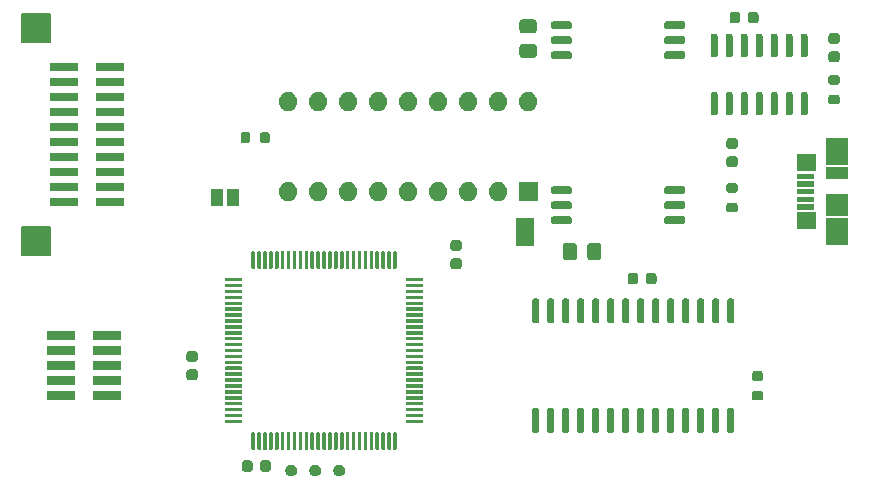
<source format=gbr>
%TF.GenerationSoftware,KiCad,Pcbnew,9.0.0-9.0.0-2~ubuntu24.10.1*%
%TF.CreationDate,2025-03-15T08:42:32-04:00*%
%TF.ProjectId,fat8,66617438-2e6b-4696-9361-645f70636258,rev?*%
%TF.SameCoordinates,Original*%
%TF.FileFunction,Soldermask,Top*%
%TF.FilePolarity,Negative*%
%FSLAX46Y46*%
G04 Gerber Fmt 4.6, Leading zero omitted, Abs format (unit mm)*
G04 Created by KiCad (PCBNEW 9.0.0-9.0.0-2~ubuntu24.10.1) date 2025-03-15 08:42:32*
%MOMM*%
%LPD*%
G01*
G04 APERTURE LIST*
G04 APERTURE END LIST*
G36*
X85027342Y-80818060D02*
G01*
X85140381Y-80883323D01*
X85232677Y-80975619D01*
X85297940Y-81088658D01*
X85331722Y-81214737D01*
X85331722Y-81345263D01*
X85297940Y-81471342D01*
X85232677Y-81584381D01*
X85140381Y-81676677D01*
X85027342Y-81741940D01*
X84901263Y-81775722D01*
X84770737Y-81775722D01*
X84644658Y-81741940D01*
X84531619Y-81676677D01*
X84439323Y-81584381D01*
X84374060Y-81471342D01*
X84340278Y-81345263D01*
X84340278Y-81214737D01*
X84374060Y-81088658D01*
X84439323Y-80975619D01*
X84531619Y-80883323D01*
X84644658Y-80818060D01*
X84770737Y-80784278D01*
X84901263Y-80784278D01*
X85027342Y-80818060D01*
G37*
G36*
X87059342Y-80818060D02*
G01*
X87172381Y-80883323D01*
X87264677Y-80975619D01*
X87329940Y-81088658D01*
X87363722Y-81214737D01*
X87363722Y-81345263D01*
X87329940Y-81471342D01*
X87264677Y-81584381D01*
X87172381Y-81676677D01*
X87059342Y-81741940D01*
X86933263Y-81775722D01*
X86802737Y-81775722D01*
X86676658Y-81741940D01*
X86563619Y-81676677D01*
X86471323Y-81584381D01*
X86406060Y-81471342D01*
X86372278Y-81345263D01*
X86372278Y-81214737D01*
X86406060Y-81088658D01*
X86471323Y-80975619D01*
X86563619Y-80883323D01*
X86676658Y-80818060D01*
X86802737Y-80784278D01*
X86933263Y-80784278D01*
X87059342Y-80818060D01*
G37*
G36*
X89091342Y-80818060D02*
G01*
X89204381Y-80883323D01*
X89296677Y-80975619D01*
X89361940Y-81088658D01*
X89395722Y-81214737D01*
X89395722Y-81345263D01*
X89361940Y-81471342D01*
X89296677Y-81584381D01*
X89204381Y-81676677D01*
X89091342Y-81741940D01*
X88965263Y-81775722D01*
X88834737Y-81775722D01*
X88708658Y-81741940D01*
X88595619Y-81676677D01*
X88503323Y-81584381D01*
X88438060Y-81471342D01*
X88404278Y-81345263D01*
X88404278Y-81214737D01*
X88438060Y-81088658D01*
X88503323Y-80975619D01*
X88595619Y-80883323D01*
X88708658Y-80818060D01*
X88834737Y-80784278D01*
X88965263Y-80784278D01*
X89091342Y-80818060D01*
G37*
G36*
X81356850Y-80424964D02*
G01*
X81401317Y-80430123D01*
X81416510Y-80436831D01*
X81438104Y-80441127D01*
X81461222Y-80456574D01*
X81478567Y-80464233D01*
X81490412Y-80476078D01*
X81511099Y-80489901D01*
X81524921Y-80510587D01*
X81536766Y-80522432D01*
X81544423Y-80539774D01*
X81559873Y-80562896D01*
X81564168Y-80584491D01*
X81570876Y-80599682D01*
X81576033Y-80644139D01*
X81577000Y-80649000D01*
X81577000Y-81149000D01*
X81576032Y-81153862D01*
X81570876Y-81198317D01*
X81564168Y-81213506D01*
X81559873Y-81235104D01*
X81544422Y-81258227D01*
X81536766Y-81275567D01*
X81524923Y-81287409D01*
X81511099Y-81308099D01*
X81490409Y-81321923D01*
X81478567Y-81333766D01*
X81461227Y-81341422D01*
X81438104Y-81356873D01*
X81416506Y-81361168D01*
X81401317Y-81367876D01*
X81356861Y-81373032D01*
X81352000Y-81374000D01*
X80902000Y-81374000D01*
X80897138Y-81373033D01*
X80852682Y-81367876D01*
X80837491Y-81361168D01*
X80815896Y-81356873D01*
X80792774Y-81341423D01*
X80775432Y-81333766D01*
X80763587Y-81321921D01*
X80742901Y-81308099D01*
X80729078Y-81287412D01*
X80717233Y-81275567D01*
X80709574Y-81258222D01*
X80694127Y-81235104D01*
X80689831Y-81213510D01*
X80683123Y-81198317D01*
X80677964Y-81153849D01*
X80677000Y-81149000D01*
X80677000Y-80649000D01*
X80677964Y-80644150D01*
X80683123Y-80599682D01*
X80689832Y-80584487D01*
X80694127Y-80562896D01*
X80709573Y-80539779D01*
X80717233Y-80522432D01*
X80729080Y-80510584D01*
X80742901Y-80489901D01*
X80763584Y-80476080D01*
X80775432Y-80464233D01*
X80792779Y-80456573D01*
X80815896Y-80441127D01*
X80837487Y-80436832D01*
X80852682Y-80430123D01*
X80897151Y-80424964D01*
X80902000Y-80424000D01*
X81352000Y-80424000D01*
X81356850Y-80424964D01*
G37*
G36*
X82906850Y-80424964D02*
G01*
X82951317Y-80430123D01*
X82966510Y-80436831D01*
X82988104Y-80441127D01*
X83011222Y-80456574D01*
X83028567Y-80464233D01*
X83040412Y-80476078D01*
X83061099Y-80489901D01*
X83074921Y-80510587D01*
X83086766Y-80522432D01*
X83094423Y-80539774D01*
X83109873Y-80562896D01*
X83114168Y-80584491D01*
X83120876Y-80599682D01*
X83126033Y-80644139D01*
X83127000Y-80649000D01*
X83127000Y-81149000D01*
X83126032Y-81153862D01*
X83120876Y-81198317D01*
X83114168Y-81213506D01*
X83109873Y-81235104D01*
X83094422Y-81258227D01*
X83086766Y-81275567D01*
X83074923Y-81287409D01*
X83061099Y-81308099D01*
X83040409Y-81321923D01*
X83028567Y-81333766D01*
X83011227Y-81341422D01*
X82988104Y-81356873D01*
X82966506Y-81361168D01*
X82951317Y-81367876D01*
X82906861Y-81373032D01*
X82902000Y-81374000D01*
X82452000Y-81374000D01*
X82447138Y-81373033D01*
X82402682Y-81367876D01*
X82387491Y-81361168D01*
X82365896Y-81356873D01*
X82342774Y-81341423D01*
X82325432Y-81333766D01*
X82313587Y-81321921D01*
X82292901Y-81308099D01*
X82279078Y-81287412D01*
X82267233Y-81275567D01*
X82259574Y-81258222D01*
X82244127Y-81235104D01*
X82239831Y-81213510D01*
X82233123Y-81198317D01*
X82227964Y-81153849D01*
X82227000Y-81149000D01*
X82227000Y-80649000D01*
X82227964Y-80644150D01*
X82233123Y-80599682D01*
X82239832Y-80584487D01*
X82244127Y-80562896D01*
X82259573Y-80539779D01*
X82267233Y-80522432D01*
X82279080Y-80510584D01*
X82292901Y-80489901D01*
X82313584Y-80476080D01*
X82325432Y-80464233D01*
X82342779Y-80456573D01*
X82365896Y-80441127D01*
X82387487Y-80436832D01*
X82402682Y-80430123D01*
X82447151Y-80424964D01*
X82452000Y-80424000D01*
X82902000Y-80424000D01*
X82906850Y-80424964D01*
G37*
G36*
X81733701Y-78050709D02*
G01*
X81758033Y-78066967D01*
X81774291Y-78091299D01*
X81780000Y-78120000D01*
X81780000Y-79445000D01*
X81774291Y-79473701D01*
X81758033Y-79498033D01*
X81733701Y-79514291D01*
X81705000Y-79520000D01*
X81555000Y-79520000D01*
X81526299Y-79514291D01*
X81501967Y-79498033D01*
X81485709Y-79473701D01*
X81480000Y-79445000D01*
X81480000Y-78120000D01*
X81485709Y-78091299D01*
X81501967Y-78066967D01*
X81526299Y-78050709D01*
X81555000Y-78045000D01*
X81705000Y-78045000D01*
X81733701Y-78050709D01*
G37*
G36*
X82233701Y-78050709D02*
G01*
X82258033Y-78066967D01*
X82274291Y-78091299D01*
X82280000Y-78120000D01*
X82280000Y-79445000D01*
X82274291Y-79473701D01*
X82258033Y-79498033D01*
X82233701Y-79514291D01*
X82205000Y-79520000D01*
X82055000Y-79520000D01*
X82026299Y-79514291D01*
X82001967Y-79498033D01*
X81985709Y-79473701D01*
X81980000Y-79445000D01*
X81980000Y-78120000D01*
X81985709Y-78091299D01*
X82001967Y-78066967D01*
X82026299Y-78050709D01*
X82055000Y-78045000D01*
X82205000Y-78045000D01*
X82233701Y-78050709D01*
G37*
G36*
X82733701Y-78050709D02*
G01*
X82758033Y-78066967D01*
X82774291Y-78091299D01*
X82780000Y-78120000D01*
X82780000Y-79445000D01*
X82774291Y-79473701D01*
X82758033Y-79498033D01*
X82733701Y-79514291D01*
X82705000Y-79520000D01*
X82555000Y-79520000D01*
X82526299Y-79514291D01*
X82501967Y-79498033D01*
X82485709Y-79473701D01*
X82480000Y-79445000D01*
X82480000Y-78120000D01*
X82485709Y-78091299D01*
X82501967Y-78066967D01*
X82526299Y-78050709D01*
X82555000Y-78045000D01*
X82705000Y-78045000D01*
X82733701Y-78050709D01*
G37*
G36*
X83233701Y-78050709D02*
G01*
X83258033Y-78066967D01*
X83274291Y-78091299D01*
X83280000Y-78120000D01*
X83280000Y-79445000D01*
X83274291Y-79473701D01*
X83258033Y-79498033D01*
X83233701Y-79514291D01*
X83205000Y-79520000D01*
X83055000Y-79520000D01*
X83026299Y-79514291D01*
X83001967Y-79498033D01*
X82985709Y-79473701D01*
X82980000Y-79445000D01*
X82980000Y-78120000D01*
X82985709Y-78091299D01*
X83001967Y-78066967D01*
X83026299Y-78050709D01*
X83055000Y-78045000D01*
X83205000Y-78045000D01*
X83233701Y-78050709D01*
G37*
G36*
X83733701Y-78050709D02*
G01*
X83758033Y-78066967D01*
X83774291Y-78091299D01*
X83780000Y-78120000D01*
X83780000Y-79445000D01*
X83774291Y-79473701D01*
X83758033Y-79498033D01*
X83733701Y-79514291D01*
X83705000Y-79520000D01*
X83555000Y-79520000D01*
X83526299Y-79514291D01*
X83501967Y-79498033D01*
X83485709Y-79473701D01*
X83480000Y-79445000D01*
X83480000Y-78120000D01*
X83485709Y-78091299D01*
X83501967Y-78066967D01*
X83526299Y-78050709D01*
X83555000Y-78045000D01*
X83705000Y-78045000D01*
X83733701Y-78050709D01*
G37*
G36*
X84233701Y-78050709D02*
G01*
X84258033Y-78066967D01*
X84274291Y-78091299D01*
X84280000Y-78120000D01*
X84280000Y-79445000D01*
X84274291Y-79473701D01*
X84258033Y-79498033D01*
X84233701Y-79514291D01*
X84205000Y-79520000D01*
X84055000Y-79520000D01*
X84026299Y-79514291D01*
X84001967Y-79498033D01*
X83985709Y-79473701D01*
X83980000Y-79445000D01*
X83980000Y-78120000D01*
X83985709Y-78091299D01*
X84001967Y-78066967D01*
X84026299Y-78050709D01*
X84055000Y-78045000D01*
X84205000Y-78045000D01*
X84233701Y-78050709D01*
G37*
G36*
X84733701Y-78050709D02*
G01*
X84758033Y-78066967D01*
X84774291Y-78091299D01*
X84780000Y-78120000D01*
X84780000Y-79445000D01*
X84774291Y-79473701D01*
X84758033Y-79498033D01*
X84733701Y-79514291D01*
X84705000Y-79520000D01*
X84555000Y-79520000D01*
X84526299Y-79514291D01*
X84501967Y-79498033D01*
X84485709Y-79473701D01*
X84480000Y-79445000D01*
X84480000Y-78120000D01*
X84485709Y-78091299D01*
X84501967Y-78066967D01*
X84526299Y-78050709D01*
X84555000Y-78045000D01*
X84705000Y-78045000D01*
X84733701Y-78050709D01*
G37*
G36*
X85233701Y-78050709D02*
G01*
X85258033Y-78066967D01*
X85274291Y-78091299D01*
X85280000Y-78120000D01*
X85280000Y-79445000D01*
X85274291Y-79473701D01*
X85258033Y-79498033D01*
X85233701Y-79514291D01*
X85205000Y-79520000D01*
X85055000Y-79520000D01*
X85026299Y-79514291D01*
X85001967Y-79498033D01*
X84985709Y-79473701D01*
X84980000Y-79445000D01*
X84980000Y-78120000D01*
X84985709Y-78091299D01*
X85001967Y-78066967D01*
X85026299Y-78050709D01*
X85055000Y-78045000D01*
X85205000Y-78045000D01*
X85233701Y-78050709D01*
G37*
G36*
X85733701Y-78050709D02*
G01*
X85758033Y-78066967D01*
X85774291Y-78091299D01*
X85780000Y-78120000D01*
X85780000Y-79445000D01*
X85774291Y-79473701D01*
X85758033Y-79498033D01*
X85733701Y-79514291D01*
X85705000Y-79520000D01*
X85555000Y-79520000D01*
X85526299Y-79514291D01*
X85501967Y-79498033D01*
X85485709Y-79473701D01*
X85480000Y-79445000D01*
X85480000Y-78120000D01*
X85485709Y-78091299D01*
X85501967Y-78066967D01*
X85526299Y-78050709D01*
X85555000Y-78045000D01*
X85705000Y-78045000D01*
X85733701Y-78050709D01*
G37*
G36*
X86233701Y-78050709D02*
G01*
X86258033Y-78066967D01*
X86274291Y-78091299D01*
X86280000Y-78120000D01*
X86280000Y-79445000D01*
X86274291Y-79473701D01*
X86258033Y-79498033D01*
X86233701Y-79514291D01*
X86205000Y-79520000D01*
X86055000Y-79520000D01*
X86026299Y-79514291D01*
X86001967Y-79498033D01*
X85985709Y-79473701D01*
X85980000Y-79445000D01*
X85980000Y-78120000D01*
X85985709Y-78091299D01*
X86001967Y-78066967D01*
X86026299Y-78050709D01*
X86055000Y-78045000D01*
X86205000Y-78045000D01*
X86233701Y-78050709D01*
G37*
G36*
X86733701Y-78050709D02*
G01*
X86758033Y-78066967D01*
X86774291Y-78091299D01*
X86780000Y-78120000D01*
X86780000Y-79445000D01*
X86774291Y-79473701D01*
X86758033Y-79498033D01*
X86733701Y-79514291D01*
X86705000Y-79520000D01*
X86555000Y-79520000D01*
X86526299Y-79514291D01*
X86501967Y-79498033D01*
X86485709Y-79473701D01*
X86480000Y-79445000D01*
X86480000Y-78120000D01*
X86485709Y-78091299D01*
X86501967Y-78066967D01*
X86526299Y-78050709D01*
X86555000Y-78045000D01*
X86705000Y-78045000D01*
X86733701Y-78050709D01*
G37*
G36*
X87233701Y-78050709D02*
G01*
X87258033Y-78066967D01*
X87274291Y-78091299D01*
X87280000Y-78120000D01*
X87280000Y-79445000D01*
X87274291Y-79473701D01*
X87258033Y-79498033D01*
X87233701Y-79514291D01*
X87205000Y-79520000D01*
X87055000Y-79520000D01*
X87026299Y-79514291D01*
X87001967Y-79498033D01*
X86985709Y-79473701D01*
X86980000Y-79445000D01*
X86980000Y-78120000D01*
X86985709Y-78091299D01*
X87001967Y-78066967D01*
X87026299Y-78050709D01*
X87055000Y-78045000D01*
X87205000Y-78045000D01*
X87233701Y-78050709D01*
G37*
G36*
X87733701Y-78050709D02*
G01*
X87758033Y-78066967D01*
X87774291Y-78091299D01*
X87780000Y-78120000D01*
X87780000Y-79445000D01*
X87774291Y-79473701D01*
X87758033Y-79498033D01*
X87733701Y-79514291D01*
X87705000Y-79520000D01*
X87555000Y-79520000D01*
X87526299Y-79514291D01*
X87501967Y-79498033D01*
X87485709Y-79473701D01*
X87480000Y-79445000D01*
X87480000Y-78120000D01*
X87485709Y-78091299D01*
X87501967Y-78066967D01*
X87526299Y-78050709D01*
X87555000Y-78045000D01*
X87705000Y-78045000D01*
X87733701Y-78050709D01*
G37*
G36*
X88233701Y-78050709D02*
G01*
X88258033Y-78066967D01*
X88274291Y-78091299D01*
X88280000Y-78120000D01*
X88280000Y-79445000D01*
X88274291Y-79473701D01*
X88258033Y-79498033D01*
X88233701Y-79514291D01*
X88205000Y-79520000D01*
X88055000Y-79520000D01*
X88026299Y-79514291D01*
X88001967Y-79498033D01*
X87985709Y-79473701D01*
X87980000Y-79445000D01*
X87980000Y-78120000D01*
X87985709Y-78091299D01*
X88001967Y-78066967D01*
X88026299Y-78050709D01*
X88055000Y-78045000D01*
X88205000Y-78045000D01*
X88233701Y-78050709D01*
G37*
G36*
X88733701Y-78050709D02*
G01*
X88758033Y-78066967D01*
X88774291Y-78091299D01*
X88780000Y-78120000D01*
X88780000Y-79445000D01*
X88774291Y-79473701D01*
X88758033Y-79498033D01*
X88733701Y-79514291D01*
X88705000Y-79520000D01*
X88555000Y-79520000D01*
X88526299Y-79514291D01*
X88501967Y-79498033D01*
X88485709Y-79473701D01*
X88480000Y-79445000D01*
X88480000Y-78120000D01*
X88485709Y-78091299D01*
X88501967Y-78066967D01*
X88526299Y-78050709D01*
X88555000Y-78045000D01*
X88705000Y-78045000D01*
X88733701Y-78050709D01*
G37*
G36*
X89233701Y-78050709D02*
G01*
X89258033Y-78066967D01*
X89274291Y-78091299D01*
X89280000Y-78120000D01*
X89280000Y-79445000D01*
X89274291Y-79473701D01*
X89258033Y-79498033D01*
X89233701Y-79514291D01*
X89205000Y-79520000D01*
X89055000Y-79520000D01*
X89026299Y-79514291D01*
X89001967Y-79498033D01*
X88985709Y-79473701D01*
X88980000Y-79445000D01*
X88980000Y-78120000D01*
X88985709Y-78091299D01*
X89001967Y-78066967D01*
X89026299Y-78050709D01*
X89055000Y-78045000D01*
X89205000Y-78045000D01*
X89233701Y-78050709D01*
G37*
G36*
X89733701Y-78050709D02*
G01*
X89758033Y-78066967D01*
X89774291Y-78091299D01*
X89780000Y-78120000D01*
X89780000Y-79445000D01*
X89774291Y-79473701D01*
X89758033Y-79498033D01*
X89733701Y-79514291D01*
X89705000Y-79520000D01*
X89555000Y-79520000D01*
X89526299Y-79514291D01*
X89501967Y-79498033D01*
X89485709Y-79473701D01*
X89480000Y-79445000D01*
X89480000Y-78120000D01*
X89485709Y-78091299D01*
X89501967Y-78066967D01*
X89526299Y-78050709D01*
X89555000Y-78045000D01*
X89705000Y-78045000D01*
X89733701Y-78050709D01*
G37*
G36*
X90233701Y-78050709D02*
G01*
X90258033Y-78066967D01*
X90274291Y-78091299D01*
X90280000Y-78120000D01*
X90280000Y-79445000D01*
X90274291Y-79473701D01*
X90258033Y-79498033D01*
X90233701Y-79514291D01*
X90205000Y-79520000D01*
X90055000Y-79520000D01*
X90026299Y-79514291D01*
X90001967Y-79498033D01*
X89985709Y-79473701D01*
X89980000Y-79445000D01*
X89980000Y-78120000D01*
X89985709Y-78091299D01*
X90001967Y-78066967D01*
X90026299Y-78050709D01*
X90055000Y-78045000D01*
X90205000Y-78045000D01*
X90233701Y-78050709D01*
G37*
G36*
X90733701Y-78050709D02*
G01*
X90758033Y-78066967D01*
X90774291Y-78091299D01*
X90780000Y-78120000D01*
X90780000Y-79445000D01*
X90774291Y-79473701D01*
X90758033Y-79498033D01*
X90733701Y-79514291D01*
X90705000Y-79520000D01*
X90555000Y-79520000D01*
X90526299Y-79514291D01*
X90501967Y-79498033D01*
X90485709Y-79473701D01*
X90480000Y-79445000D01*
X90480000Y-78120000D01*
X90485709Y-78091299D01*
X90501967Y-78066967D01*
X90526299Y-78050709D01*
X90555000Y-78045000D01*
X90705000Y-78045000D01*
X90733701Y-78050709D01*
G37*
G36*
X91233701Y-78050709D02*
G01*
X91258033Y-78066967D01*
X91274291Y-78091299D01*
X91280000Y-78120000D01*
X91280000Y-79445000D01*
X91274291Y-79473701D01*
X91258033Y-79498033D01*
X91233701Y-79514291D01*
X91205000Y-79520000D01*
X91055000Y-79520000D01*
X91026299Y-79514291D01*
X91001967Y-79498033D01*
X90985709Y-79473701D01*
X90980000Y-79445000D01*
X90980000Y-78120000D01*
X90985709Y-78091299D01*
X91001967Y-78066967D01*
X91026299Y-78050709D01*
X91055000Y-78045000D01*
X91205000Y-78045000D01*
X91233701Y-78050709D01*
G37*
G36*
X91733701Y-78050709D02*
G01*
X91758033Y-78066967D01*
X91774291Y-78091299D01*
X91780000Y-78120000D01*
X91780000Y-79445000D01*
X91774291Y-79473701D01*
X91758033Y-79498033D01*
X91733701Y-79514291D01*
X91705000Y-79520000D01*
X91555000Y-79520000D01*
X91526299Y-79514291D01*
X91501967Y-79498033D01*
X91485709Y-79473701D01*
X91480000Y-79445000D01*
X91480000Y-78120000D01*
X91485709Y-78091299D01*
X91501967Y-78066967D01*
X91526299Y-78050709D01*
X91555000Y-78045000D01*
X91705000Y-78045000D01*
X91733701Y-78050709D01*
G37*
G36*
X92233701Y-78050709D02*
G01*
X92258033Y-78066967D01*
X92274291Y-78091299D01*
X92280000Y-78120000D01*
X92280000Y-79445000D01*
X92274291Y-79473701D01*
X92258033Y-79498033D01*
X92233701Y-79514291D01*
X92205000Y-79520000D01*
X92055000Y-79520000D01*
X92026299Y-79514291D01*
X92001967Y-79498033D01*
X91985709Y-79473701D01*
X91980000Y-79445000D01*
X91980000Y-78120000D01*
X91985709Y-78091299D01*
X92001967Y-78066967D01*
X92026299Y-78050709D01*
X92055000Y-78045000D01*
X92205000Y-78045000D01*
X92233701Y-78050709D01*
G37*
G36*
X92733701Y-78050709D02*
G01*
X92758033Y-78066967D01*
X92774291Y-78091299D01*
X92780000Y-78120000D01*
X92780000Y-79445000D01*
X92774291Y-79473701D01*
X92758033Y-79498033D01*
X92733701Y-79514291D01*
X92705000Y-79520000D01*
X92555000Y-79520000D01*
X92526299Y-79514291D01*
X92501967Y-79498033D01*
X92485709Y-79473701D01*
X92480000Y-79445000D01*
X92480000Y-78120000D01*
X92485709Y-78091299D01*
X92501967Y-78066967D01*
X92526299Y-78050709D01*
X92555000Y-78045000D01*
X92705000Y-78045000D01*
X92733701Y-78050709D01*
G37*
G36*
X93233701Y-78050709D02*
G01*
X93258033Y-78066967D01*
X93274291Y-78091299D01*
X93280000Y-78120000D01*
X93280000Y-79445000D01*
X93274291Y-79473701D01*
X93258033Y-79498033D01*
X93233701Y-79514291D01*
X93205000Y-79520000D01*
X93055000Y-79520000D01*
X93026299Y-79514291D01*
X93001967Y-79498033D01*
X92985709Y-79473701D01*
X92980000Y-79445000D01*
X92980000Y-78120000D01*
X92985709Y-78091299D01*
X93001967Y-78066967D01*
X93026299Y-78050709D01*
X93055000Y-78045000D01*
X93205000Y-78045000D01*
X93233701Y-78050709D01*
G37*
G36*
X93733701Y-78050709D02*
G01*
X93758033Y-78066967D01*
X93774291Y-78091299D01*
X93780000Y-78120000D01*
X93780000Y-79445000D01*
X93774291Y-79473701D01*
X93758033Y-79498033D01*
X93733701Y-79514291D01*
X93705000Y-79520000D01*
X93555000Y-79520000D01*
X93526299Y-79514291D01*
X93501967Y-79498033D01*
X93485709Y-79473701D01*
X93480000Y-79445000D01*
X93480000Y-78120000D01*
X93485709Y-78091299D01*
X93501967Y-78066967D01*
X93526299Y-78050709D01*
X93555000Y-78045000D01*
X93705000Y-78045000D01*
X93733701Y-78050709D01*
G37*
G36*
X105744403Y-76026418D02*
G01*
X105793066Y-76058934D01*
X105825582Y-76107597D01*
X105837000Y-76165000D01*
X105837000Y-77915000D01*
X105825582Y-77972403D01*
X105793066Y-78021066D01*
X105744403Y-78053582D01*
X105687000Y-78065000D01*
X105387000Y-78065000D01*
X105329597Y-78053582D01*
X105280934Y-78021066D01*
X105248418Y-77972403D01*
X105237000Y-77915000D01*
X105237000Y-76165000D01*
X105248418Y-76107597D01*
X105280934Y-76058934D01*
X105329597Y-76026418D01*
X105387000Y-76015000D01*
X105687000Y-76015000D01*
X105744403Y-76026418D01*
G37*
G36*
X107014403Y-76026418D02*
G01*
X107063066Y-76058934D01*
X107095582Y-76107597D01*
X107107000Y-76165000D01*
X107107000Y-77915000D01*
X107095582Y-77972403D01*
X107063066Y-78021066D01*
X107014403Y-78053582D01*
X106957000Y-78065000D01*
X106657000Y-78065000D01*
X106599597Y-78053582D01*
X106550934Y-78021066D01*
X106518418Y-77972403D01*
X106507000Y-77915000D01*
X106507000Y-76165000D01*
X106518418Y-76107597D01*
X106550934Y-76058934D01*
X106599597Y-76026418D01*
X106657000Y-76015000D01*
X106957000Y-76015000D01*
X107014403Y-76026418D01*
G37*
G36*
X108284403Y-76026418D02*
G01*
X108333066Y-76058934D01*
X108365582Y-76107597D01*
X108377000Y-76165000D01*
X108377000Y-77915000D01*
X108365582Y-77972403D01*
X108333066Y-78021066D01*
X108284403Y-78053582D01*
X108227000Y-78065000D01*
X107927000Y-78065000D01*
X107869597Y-78053582D01*
X107820934Y-78021066D01*
X107788418Y-77972403D01*
X107777000Y-77915000D01*
X107777000Y-76165000D01*
X107788418Y-76107597D01*
X107820934Y-76058934D01*
X107869597Y-76026418D01*
X107927000Y-76015000D01*
X108227000Y-76015000D01*
X108284403Y-76026418D01*
G37*
G36*
X109554403Y-76026418D02*
G01*
X109603066Y-76058934D01*
X109635582Y-76107597D01*
X109647000Y-76165000D01*
X109647000Y-77915000D01*
X109635582Y-77972403D01*
X109603066Y-78021066D01*
X109554403Y-78053582D01*
X109497000Y-78065000D01*
X109197000Y-78065000D01*
X109139597Y-78053582D01*
X109090934Y-78021066D01*
X109058418Y-77972403D01*
X109047000Y-77915000D01*
X109047000Y-76165000D01*
X109058418Y-76107597D01*
X109090934Y-76058934D01*
X109139597Y-76026418D01*
X109197000Y-76015000D01*
X109497000Y-76015000D01*
X109554403Y-76026418D01*
G37*
G36*
X110824403Y-76026418D02*
G01*
X110873066Y-76058934D01*
X110905582Y-76107597D01*
X110917000Y-76165000D01*
X110917000Y-77915000D01*
X110905582Y-77972403D01*
X110873066Y-78021066D01*
X110824403Y-78053582D01*
X110767000Y-78065000D01*
X110467000Y-78065000D01*
X110409597Y-78053582D01*
X110360934Y-78021066D01*
X110328418Y-77972403D01*
X110317000Y-77915000D01*
X110317000Y-76165000D01*
X110328418Y-76107597D01*
X110360934Y-76058934D01*
X110409597Y-76026418D01*
X110467000Y-76015000D01*
X110767000Y-76015000D01*
X110824403Y-76026418D01*
G37*
G36*
X112094403Y-76026418D02*
G01*
X112143066Y-76058934D01*
X112175582Y-76107597D01*
X112187000Y-76165000D01*
X112187000Y-77915000D01*
X112175582Y-77972403D01*
X112143066Y-78021066D01*
X112094403Y-78053582D01*
X112037000Y-78065000D01*
X111737000Y-78065000D01*
X111679597Y-78053582D01*
X111630934Y-78021066D01*
X111598418Y-77972403D01*
X111587000Y-77915000D01*
X111587000Y-76165000D01*
X111598418Y-76107597D01*
X111630934Y-76058934D01*
X111679597Y-76026418D01*
X111737000Y-76015000D01*
X112037000Y-76015000D01*
X112094403Y-76026418D01*
G37*
G36*
X113364403Y-76026418D02*
G01*
X113413066Y-76058934D01*
X113445582Y-76107597D01*
X113457000Y-76165000D01*
X113457000Y-77915000D01*
X113445582Y-77972403D01*
X113413066Y-78021066D01*
X113364403Y-78053582D01*
X113307000Y-78065000D01*
X113007000Y-78065000D01*
X112949597Y-78053582D01*
X112900934Y-78021066D01*
X112868418Y-77972403D01*
X112857000Y-77915000D01*
X112857000Y-76165000D01*
X112868418Y-76107597D01*
X112900934Y-76058934D01*
X112949597Y-76026418D01*
X113007000Y-76015000D01*
X113307000Y-76015000D01*
X113364403Y-76026418D01*
G37*
G36*
X114634403Y-76026418D02*
G01*
X114683066Y-76058934D01*
X114715582Y-76107597D01*
X114727000Y-76165000D01*
X114727000Y-77915000D01*
X114715582Y-77972403D01*
X114683066Y-78021066D01*
X114634403Y-78053582D01*
X114577000Y-78065000D01*
X114277000Y-78065000D01*
X114219597Y-78053582D01*
X114170934Y-78021066D01*
X114138418Y-77972403D01*
X114127000Y-77915000D01*
X114127000Y-76165000D01*
X114138418Y-76107597D01*
X114170934Y-76058934D01*
X114219597Y-76026418D01*
X114277000Y-76015000D01*
X114577000Y-76015000D01*
X114634403Y-76026418D01*
G37*
G36*
X115904403Y-76026418D02*
G01*
X115953066Y-76058934D01*
X115985582Y-76107597D01*
X115997000Y-76165000D01*
X115997000Y-77915000D01*
X115985582Y-77972403D01*
X115953066Y-78021066D01*
X115904403Y-78053582D01*
X115847000Y-78065000D01*
X115547000Y-78065000D01*
X115489597Y-78053582D01*
X115440934Y-78021066D01*
X115408418Y-77972403D01*
X115397000Y-77915000D01*
X115397000Y-76165000D01*
X115408418Y-76107597D01*
X115440934Y-76058934D01*
X115489597Y-76026418D01*
X115547000Y-76015000D01*
X115847000Y-76015000D01*
X115904403Y-76026418D01*
G37*
G36*
X117174403Y-76026418D02*
G01*
X117223066Y-76058934D01*
X117255582Y-76107597D01*
X117267000Y-76165000D01*
X117267000Y-77915000D01*
X117255582Y-77972403D01*
X117223066Y-78021066D01*
X117174403Y-78053582D01*
X117117000Y-78065000D01*
X116817000Y-78065000D01*
X116759597Y-78053582D01*
X116710934Y-78021066D01*
X116678418Y-77972403D01*
X116667000Y-77915000D01*
X116667000Y-76165000D01*
X116678418Y-76107597D01*
X116710934Y-76058934D01*
X116759597Y-76026418D01*
X116817000Y-76015000D01*
X117117000Y-76015000D01*
X117174403Y-76026418D01*
G37*
G36*
X118444403Y-76026418D02*
G01*
X118493066Y-76058934D01*
X118525582Y-76107597D01*
X118537000Y-76165000D01*
X118537000Y-77915000D01*
X118525582Y-77972403D01*
X118493066Y-78021066D01*
X118444403Y-78053582D01*
X118387000Y-78065000D01*
X118087000Y-78065000D01*
X118029597Y-78053582D01*
X117980934Y-78021066D01*
X117948418Y-77972403D01*
X117937000Y-77915000D01*
X117937000Y-76165000D01*
X117948418Y-76107597D01*
X117980934Y-76058934D01*
X118029597Y-76026418D01*
X118087000Y-76015000D01*
X118387000Y-76015000D01*
X118444403Y-76026418D01*
G37*
G36*
X119714403Y-76026418D02*
G01*
X119763066Y-76058934D01*
X119795582Y-76107597D01*
X119807000Y-76165000D01*
X119807000Y-77915000D01*
X119795582Y-77972403D01*
X119763066Y-78021066D01*
X119714403Y-78053582D01*
X119657000Y-78065000D01*
X119357000Y-78065000D01*
X119299597Y-78053582D01*
X119250934Y-78021066D01*
X119218418Y-77972403D01*
X119207000Y-77915000D01*
X119207000Y-76165000D01*
X119218418Y-76107597D01*
X119250934Y-76058934D01*
X119299597Y-76026418D01*
X119357000Y-76015000D01*
X119657000Y-76015000D01*
X119714403Y-76026418D01*
G37*
G36*
X120984403Y-76026418D02*
G01*
X121033066Y-76058934D01*
X121065582Y-76107597D01*
X121077000Y-76165000D01*
X121077000Y-77915000D01*
X121065582Y-77972403D01*
X121033066Y-78021066D01*
X120984403Y-78053582D01*
X120927000Y-78065000D01*
X120627000Y-78065000D01*
X120569597Y-78053582D01*
X120520934Y-78021066D01*
X120488418Y-77972403D01*
X120477000Y-77915000D01*
X120477000Y-76165000D01*
X120488418Y-76107597D01*
X120520934Y-76058934D01*
X120569597Y-76026418D01*
X120627000Y-76015000D01*
X120927000Y-76015000D01*
X120984403Y-76026418D01*
G37*
G36*
X122254403Y-76026418D02*
G01*
X122303066Y-76058934D01*
X122335582Y-76107597D01*
X122347000Y-76165000D01*
X122347000Y-77915000D01*
X122335582Y-77972403D01*
X122303066Y-78021066D01*
X122254403Y-78053582D01*
X122197000Y-78065000D01*
X121897000Y-78065000D01*
X121839597Y-78053582D01*
X121790934Y-78021066D01*
X121758418Y-77972403D01*
X121747000Y-77915000D01*
X121747000Y-76165000D01*
X121758418Y-76107597D01*
X121790934Y-76058934D01*
X121839597Y-76026418D01*
X121897000Y-76015000D01*
X122197000Y-76015000D01*
X122254403Y-76026418D01*
G37*
G36*
X80658701Y-76975709D02*
G01*
X80683033Y-76991967D01*
X80699291Y-77016299D01*
X80705000Y-77045000D01*
X80705000Y-77195000D01*
X80699291Y-77223701D01*
X80683033Y-77248033D01*
X80658701Y-77264291D01*
X80630000Y-77270000D01*
X79305000Y-77270000D01*
X79276299Y-77264291D01*
X79251967Y-77248033D01*
X79235709Y-77223701D01*
X79230000Y-77195000D01*
X79230000Y-77045000D01*
X79235709Y-77016299D01*
X79251967Y-76991967D01*
X79276299Y-76975709D01*
X79305000Y-76970000D01*
X80630000Y-76970000D01*
X80658701Y-76975709D01*
G37*
G36*
X95983701Y-76975709D02*
G01*
X96008033Y-76991967D01*
X96024291Y-77016299D01*
X96030000Y-77045000D01*
X96030000Y-77195000D01*
X96024291Y-77223701D01*
X96008033Y-77248033D01*
X95983701Y-77264291D01*
X95955000Y-77270000D01*
X94630000Y-77270000D01*
X94601299Y-77264291D01*
X94576967Y-77248033D01*
X94560709Y-77223701D01*
X94555000Y-77195000D01*
X94555000Y-77045000D01*
X94560709Y-77016299D01*
X94576967Y-76991967D01*
X94601299Y-76975709D01*
X94630000Y-76970000D01*
X95955000Y-76970000D01*
X95983701Y-76975709D01*
G37*
G36*
X80658701Y-76475709D02*
G01*
X80683033Y-76491967D01*
X80699291Y-76516299D01*
X80705000Y-76545000D01*
X80705000Y-76695000D01*
X80699291Y-76723701D01*
X80683033Y-76748033D01*
X80658701Y-76764291D01*
X80630000Y-76770000D01*
X79305000Y-76770000D01*
X79276299Y-76764291D01*
X79251967Y-76748033D01*
X79235709Y-76723701D01*
X79230000Y-76695000D01*
X79230000Y-76545000D01*
X79235709Y-76516299D01*
X79251967Y-76491967D01*
X79276299Y-76475709D01*
X79305000Y-76470000D01*
X80630000Y-76470000D01*
X80658701Y-76475709D01*
G37*
G36*
X95983701Y-76475709D02*
G01*
X96008033Y-76491967D01*
X96024291Y-76516299D01*
X96030000Y-76545000D01*
X96030000Y-76695000D01*
X96024291Y-76723701D01*
X96008033Y-76748033D01*
X95983701Y-76764291D01*
X95955000Y-76770000D01*
X94630000Y-76770000D01*
X94601299Y-76764291D01*
X94576967Y-76748033D01*
X94560709Y-76723701D01*
X94555000Y-76695000D01*
X94555000Y-76545000D01*
X94560709Y-76516299D01*
X94576967Y-76491967D01*
X94601299Y-76475709D01*
X94630000Y-76470000D01*
X95955000Y-76470000D01*
X95983701Y-76475709D01*
G37*
G36*
X80658701Y-75975709D02*
G01*
X80683033Y-75991967D01*
X80699291Y-76016299D01*
X80705000Y-76045000D01*
X80705000Y-76195000D01*
X80699291Y-76223701D01*
X80683033Y-76248033D01*
X80658701Y-76264291D01*
X80630000Y-76270000D01*
X79305000Y-76270000D01*
X79276299Y-76264291D01*
X79251967Y-76248033D01*
X79235709Y-76223701D01*
X79230000Y-76195000D01*
X79230000Y-76045000D01*
X79235709Y-76016299D01*
X79251967Y-75991967D01*
X79276299Y-75975709D01*
X79305000Y-75970000D01*
X80630000Y-75970000D01*
X80658701Y-75975709D01*
G37*
G36*
X95983701Y-75975709D02*
G01*
X96008033Y-75991967D01*
X96024291Y-76016299D01*
X96030000Y-76045000D01*
X96030000Y-76195000D01*
X96024291Y-76223701D01*
X96008033Y-76248033D01*
X95983701Y-76264291D01*
X95955000Y-76270000D01*
X94630000Y-76270000D01*
X94601299Y-76264291D01*
X94576967Y-76248033D01*
X94560709Y-76223701D01*
X94555000Y-76195000D01*
X94555000Y-76045000D01*
X94560709Y-76016299D01*
X94576967Y-75991967D01*
X94601299Y-75975709D01*
X94630000Y-75970000D01*
X95955000Y-75970000D01*
X95983701Y-75975709D01*
G37*
G36*
X80658701Y-75475709D02*
G01*
X80683033Y-75491967D01*
X80699291Y-75516299D01*
X80705000Y-75545000D01*
X80705000Y-75695000D01*
X80699291Y-75723701D01*
X80683033Y-75748033D01*
X80658701Y-75764291D01*
X80630000Y-75770000D01*
X79305000Y-75770000D01*
X79276299Y-75764291D01*
X79251967Y-75748033D01*
X79235709Y-75723701D01*
X79230000Y-75695000D01*
X79230000Y-75545000D01*
X79235709Y-75516299D01*
X79251967Y-75491967D01*
X79276299Y-75475709D01*
X79305000Y-75470000D01*
X80630000Y-75470000D01*
X80658701Y-75475709D01*
G37*
G36*
X95983701Y-75475709D02*
G01*
X96008033Y-75491967D01*
X96024291Y-75516299D01*
X96030000Y-75545000D01*
X96030000Y-75695000D01*
X96024291Y-75723701D01*
X96008033Y-75748033D01*
X95983701Y-75764291D01*
X95955000Y-75770000D01*
X94630000Y-75770000D01*
X94601299Y-75764291D01*
X94576967Y-75748033D01*
X94560709Y-75723701D01*
X94555000Y-75695000D01*
X94555000Y-75545000D01*
X94560709Y-75516299D01*
X94576967Y-75491967D01*
X94601299Y-75475709D01*
X94630000Y-75470000D01*
X95955000Y-75470000D01*
X95983701Y-75475709D01*
G37*
G36*
X124684537Y-74545224D02*
G01*
X124749421Y-74588579D01*
X124792776Y-74653463D01*
X124808000Y-74730000D01*
X124808000Y-75130000D01*
X124792776Y-75206537D01*
X124749421Y-75271421D01*
X124684537Y-75314776D01*
X124608000Y-75330000D01*
X124058000Y-75330000D01*
X123981463Y-75314776D01*
X123916579Y-75271421D01*
X123873224Y-75206537D01*
X123858000Y-75130000D01*
X123858000Y-74730000D01*
X123873224Y-74653463D01*
X123916579Y-74588579D01*
X123981463Y-74545224D01*
X124058000Y-74530000D01*
X124608000Y-74530000D01*
X124684537Y-74545224D01*
G37*
G36*
X66560000Y-75300000D02*
G01*
X64160000Y-75300000D01*
X64160000Y-74560000D01*
X66560000Y-74560000D01*
X66560000Y-75300000D01*
G37*
G36*
X70460000Y-75300000D02*
G01*
X68060000Y-75300000D01*
X68060000Y-74560000D01*
X70460000Y-74560000D01*
X70460000Y-75300000D01*
G37*
G36*
X80658701Y-74975709D02*
G01*
X80683033Y-74991967D01*
X80699291Y-75016299D01*
X80705000Y-75045000D01*
X80705000Y-75195000D01*
X80699291Y-75223701D01*
X80683033Y-75248033D01*
X80658701Y-75264291D01*
X80630000Y-75270000D01*
X79305000Y-75270000D01*
X79276299Y-75264291D01*
X79251967Y-75248033D01*
X79235709Y-75223701D01*
X79230000Y-75195000D01*
X79230000Y-75045000D01*
X79235709Y-75016299D01*
X79251967Y-74991967D01*
X79276299Y-74975709D01*
X79305000Y-74970000D01*
X80630000Y-74970000D01*
X80658701Y-74975709D01*
G37*
G36*
X95983701Y-74975709D02*
G01*
X96008033Y-74991967D01*
X96024291Y-75016299D01*
X96030000Y-75045000D01*
X96030000Y-75195000D01*
X96024291Y-75223701D01*
X96008033Y-75248033D01*
X95983701Y-75264291D01*
X95955000Y-75270000D01*
X94630000Y-75270000D01*
X94601299Y-75264291D01*
X94576967Y-75248033D01*
X94560709Y-75223701D01*
X94555000Y-75195000D01*
X94555000Y-75045000D01*
X94560709Y-75016299D01*
X94576967Y-74991967D01*
X94601299Y-74975709D01*
X94630000Y-74970000D01*
X95955000Y-74970000D01*
X95983701Y-74975709D01*
G37*
G36*
X80658701Y-74475709D02*
G01*
X80683033Y-74491967D01*
X80699291Y-74516299D01*
X80705000Y-74545000D01*
X80705000Y-74695000D01*
X80699291Y-74723701D01*
X80683033Y-74748033D01*
X80658701Y-74764291D01*
X80630000Y-74770000D01*
X79305000Y-74770000D01*
X79276299Y-74764291D01*
X79251967Y-74748033D01*
X79235709Y-74723701D01*
X79230000Y-74695000D01*
X79230000Y-74545000D01*
X79235709Y-74516299D01*
X79251967Y-74491967D01*
X79276299Y-74475709D01*
X79305000Y-74470000D01*
X80630000Y-74470000D01*
X80658701Y-74475709D01*
G37*
G36*
X95983701Y-74475709D02*
G01*
X96008033Y-74491967D01*
X96024291Y-74516299D01*
X96030000Y-74545000D01*
X96030000Y-74695000D01*
X96024291Y-74723701D01*
X96008033Y-74748033D01*
X95983701Y-74764291D01*
X95955000Y-74770000D01*
X94630000Y-74770000D01*
X94601299Y-74764291D01*
X94576967Y-74748033D01*
X94560709Y-74723701D01*
X94555000Y-74695000D01*
X94555000Y-74545000D01*
X94560709Y-74516299D01*
X94576967Y-74491967D01*
X94601299Y-74475709D01*
X94630000Y-74470000D01*
X95955000Y-74470000D01*
X95983701Y-74475709D01*
G37*
G36*
X80658701Y-73975709D02*
G01*
X80683033Y-73991967D01*
X80699291Y-74016299D01*
X80705000Y-74045000D01*
X80705000Y-74195000D01*
X80699291Y-74223701D01*
X80683033Y-74248033D01*
X80658701Y-74264291D01*
X80630000Y-74270000D01*
X79305000Y-74270000D01*
X79276299Y-74264291D01*
X79251967Y-74248033D01*
X79235709Y-74223701D01*
X79230000Y-74195000D01*
X79230000Y-74045000D01*
X79235709Y-74016299D01*
X79251967Y-73991967D01*
X79276299Y-73975709D01*
X79305000Y-73970000D01*
X80630000Y-73970000D01*
X80658701Y-73975709D01*
G37*
G36*
X95983701Y-73975709D02*
G01*
X96008033Y-73991967D01*
X96024291Y-74016299D01*
X96030000Y-74045000D01*
X96030000Y-74195000D01*
X96024291Y-74223701D01*
X96008033Y-74248033D01*
X95983701Y-74264291D01*
X95955000Y-74270000D01*
X94630000Y-74270000D01*
X94601299Y-74264291D01*
X94576967Y-74248033D01*
X94560709Y-74223701D01*
X94555000Y-74195000D01*
X94555000Y-74045000D01*
X94560709Y-74016299D01*
X94576967Y-73991967D01*
X94601299Y-73975709D01*
X94630000Y-73970000D01*
X95955000Y-73970000D01*
X95983701Y-73975709D01*
G37*
G36*
X66560000Y-74030000D02*
G01*
X64160000Y-74030000D01*
X64160000Y-73290000D01*
X66560000Y-73290000D01*
X66560000Y-74030000D01*
G37*
G36*
X70460000Y-74030000D02*
G01*
X68060000Y-74030000D01*
X68060000Y-73290000D01*
X70460000Y-73290000D01*
X70460000Y-74030000D01*
G37*
G36*
X80658701Y-73475709D02*
G01*
X80683033Y-73491967D01*
X80699291Y-73516299D01*
X80705000Y-73545000D01*
X80705000Y-73695000D01*
X80699291Y-73723701D01*
X80683033Y-73748033D01*
X80658701Y-73764291D01*
X80630000Y-73770000D01*
X79305000Y-73770000D01*
X79276299Y-73764291D01*
X79251967Y-73748033D01*
X79235709Y-73723701D01*
X79230000Y-73695000D01*
X79230000Y-73545000D01*
X79235709Y-73516299D01*
X79251967Y-73491967D01*
X79276299Y-73475709D01*
X79305000Y-73470000D01*
X80630000Y-73470000D01*
X80658701Y-73475709D01*
G37*
G36*
X95983701Y-73475709D02*
G01*
X96008033Y-73491967D01*
X96024291Y-73516299D01*
X96030000Y-73545000D01*
X96030000Y-73695000D01*
X96024291Y-73723701D01*
X96008033Y-73748033D01*
X95983701Y-73764291D01*
X95955000Y-73770000D01*
X94630000Y-73770000D01*
X94601299Y-73764291D01*
X94576967Y-73748033D01*
X94560709Y-73723701D01*
X94555000Y-73695000D01*
X94555000Y-73545000D01*
X94560709Y-73516299D01*
X94576967Y-73491967D01*
X94601299Y-73475709D01*
X94630000Y-73470000D01*
X95955000Y-73470000D01*
X95983701Y-73475709D01*
G37*
G36*
X124684537Y-72895224D02*
G01*
X124749421Y-72938579D01*
X124792776Y-73003463D01*
X124808000Y-73080000D01*
X124808000Y-73480000D01*
X124792776Y-73556537D01*
X124749421Y-73621421D01*
X124684537Y-73664776D01*
X124608000Y-73680000D01*
X124058000Y-73680000D01*
X123981463Y-73664776D01*
X123916579Y-73621421D01*
X123873224Y-73556537D01*
X123858000Y-73480000D01*
X123858000Y-73080000D01*
X123873224Y-73003463D01*
X123916579Y-72938579D01*
X123981463Y-72895224D01*
X124058000Y-72880000D01*
X124608000Y-72880000D01*
X124684537Y-72895224D01*
G37*
G36*
X76708850Y-72715964D02*
G01*
X76753317Y-72721123D01*
X76768510Y-72727831D01*
X76790104Y-72732127D01*
X76813222Y-72747574D01*
X76830567Y-72755233D01*
X76842412Y-72767078D01*
X76863099Y-72780901D01*
X76876921Y-72801587D01*
X76888766Y-72813432D01*
X76896423Y-72830774D01*
X76911873Y-72853896D01*
X76916168Y-72875491D01*
X76922876Y-72890682D01*
X76928033Y-72935139D01*
X76929000Y-72940000D01*
X76929000Y-73390000D01*
X76928032Y-73394862D01*
X76922876Y-73439317D01*
X76916168Y-73454506D01*
X76911873Y-73476104D01*
X76896422Y-73499227D01*
X76888766Y-73516567D01*
X76876923Y-73528409D01*
X76863099Y-73549099D01*
X76842409Y-73562923D01*
X76830567Y-73574766D01*
X76813227Y-73582422D01*
X76790104Y-73597873D01*
X76768506Y-73602168D01*
X76753317Y-73608876D01*
X76708861Y-73614032D01*
X76704000Y-73615000D01*
X76204000Y-73615000D01*
X76199138Y-73614033D01*
X76154682Y-73608876D01*
X76139491Y-73602168D01*
X76117896Y-73597873D01*
X76094774Y-73582423D01*
X76077432Y-73574766D01*
X76065587Y-73562921D01*
X76044901Y-73549099D01*
X76031078Y-73528412D01*
X76019233Y-73516567D01*
X76011574Y-73499222D01*
X75996127Y-73476104D01*
X75991831Y-73454510D01*
X75985123Y-73439317D01*
X75979964Y-73394849D01*
X75979000Y-73390000D01*
X75979000Y-72940000D01*
X75979964Y-72935150D01*
X75985123Y-72890682D01*
X75991832Y-72875487D01*
X75996127Y-72853896D01*
X76011573Y-72830779D01*
X76019233Y-72813432D01*
X76031080Y-72801584D01*
X76044901Y-72780901D01*
X76065584Y-72767080D01*
X76077432Y-72755233D01*
X76094779Y-72747573D01*
X76117896Y-72732127D01*
X76139487Y-72727832D01*
X76154682Y-72721123D01*
X76199151Y-72715964D01*
X76204000Y-72715000D01*
X76704000Y-72715000D01*
X76708850Y-72715964D01*
G37*
G36*
X80658701Y-72975709D02*
G01*
X80683033Y-72991967D01*
X80699291Y-73016299D01*
X80705000Y-73045000D01*
X80705000Y-73195000D01*
X80699291Y-73223701D01*
X80683033Y-73248033D01*
X80658701Y-73264291D01*
X80630000Y-73270000D01*
X79305000Y-73270000D01*
X79276299Y-73264291D01*
X79251967Y-73248033D01*
X79235709Y-73223701D01*
X79230000Y-73195000D01*
X79230000Y-73045000D01*
X79235709Y-73016299D01*
X79251967Y-72991967D01*
X79276299Y-72975709D01*
X79305000Y-72970000D01*
X80630000Y-72970000D01*
X80658701Y-72975709D01*
G37*
G36*
X95983701Y-72975709D02*
G01*
X96008033Y-72991967D01*
X96024291Y-73016299D01*
X96030000Y-73045000D01*
X96030000Y-73195000D01*
X96024291Y-73223701D01*
X96008033Y-73248033D01*
X95983701Y-73264291D01*
X95955000Y-73270000D01*
X94630000Y-73270000D01*
X94601299Y-73264291D01*
X94576967Y-73248033D01*
X94560709Y-73223701D01*
X94555000Y-73195000D01*
X94555000Y-73045000D01*
X94560709Y-73016299D01*
X94576967Y-72991967D01*
X94601299Y-72975709D01*
X94630000Y-72970000D01*
X95955000Y-72970000D01*
X95983701Y-72975709D01*
G37*
G36*
X80658701Y-72475709D02*
G01*
X80683033Y-72491967D01*
X80699291Y-72516299D01*
X80705000Y-72545000D01*
X80705000Y-72695000D01*
X80699291Y-72723701D01*
X80683033Y-72748033D01*
X80658701Y-72764291D01*
X80630000Y-72770000D01*
X79305000Y-72770000D01*
X79276299Y-72764291D01*
X79251967Y-72748033D01*
X79235709Y-72723701D01*
X79230000Y-72695000D01*
X79230000Y-72545000D01*
X79235709Y-72516299D01*
X79251967Y-72491967D01*
X79276299Y-72475709D01*
X79305000Y-72470000D01*
X80630000Y-72470000D01*
X80658701Y-72475709D01*
G37*
G36*
X95983701Y-72475709D02*
G01*
X96008033Y-72491967D01*
X96024291Y-72516299D01*
X96030000Y-72545000D01*
X96030000Y-72695000D01*
X96024291Y-72723701D01*
X96008033Y-72748033D01*
X95983701Y-72764291D01*
X95955000Y-72770000D01*
X94630000Y-72770000D01*
X94601299Y-72764291D01*
X94576967Y-72748033D01*
X94560709Y-72723701D01*
X94555000Y-72695000D01*
X94555000Y-72545000D01*
X94560709Y-72516299D01*
X94576967Y-72491967D01*
X94601299Y-72475709D01*
X94630000Y-72470000D01*
X95955000Y-72470000D01*
X95983701Y-72475709D01*
G37*
G36*
X66560000Y-72760000D02*
G01*
X64160000Y-72760000D01*
X64160000Y-72020000D01*
X66560000Y-72020000D01*
X66560000Y-72760000D01*
G37*
G36*
X70460000Y-72760000D02*
G01*
X68060000Y-72760000D01*
X68060000Y-72020000D01*
X70460000Y-72020000D01*
X70460000Y-72760000D01*
G37*
G36*
X80658701Y-71975709D02*
G01*
X80683033Y-71991967D01*
X80699291Y-72016299D01*
X80705000Y-72045000D01*
X80705000Y-72195000D01*
X80699291Y-72223701D01*
X80683033Y-72248033D01*
X80658701Y-72264291D01*
X80630000Y-72270000D01*
X79305000Y-72270000D01*
X79276299Y-72264291D01*
X79251967Y-72248033D01*
X79235709Y-72223701D01*
X79230000Y-72195000D01*
X79230000Y-72045000D01*
X79235709Y-72016299D01*
X79251967Y-71991967D01*
X79276299Y-71975709D01*
X79305000Y-71970000D01*
X80630000Y-71970000D01*
X80658701Y-71975709D01*
G37*
G36*
X95983701Y-71975709D02*
G01*
X96008033Y-71991967D01*
X96024291Y-72016299D01*
X96030000Y-72045000D01*
X96030000Y-72195000D01*
X96024291Y-72223701D01*
X96008033Y-72248033D01*
X95983701Y-72264291D01*
X95955000Y-72270000D01*
X94630000Y-72270000D01*
X94601299Y-72264291D01*
X94576967Y-72248033D01*
X94560709Y-72223701D01*
X94555000Y-72195000D01*
X94555000Y-72045000D01*
X94560709Y-72016299D01*
X94576967Y-71991967D01*
X94601299Y-71975709D01*
X94630000Y-71970000D01*
X95955000Y-71970000D01*
X95983701Y-71975709D01*
G37*
G36*
X76708850Y-71165964D02*
G01*
X76753317Y-71171123D01*
X76768510Y-71177831D01*
X76790104Y-71182127D01*
X76813222Y-71197574D01*
X76830567Y-71205233D01*
X76842412Y-71217078D01*
X76863099Y-71230901D01*
X76876921Y-71251587D01*
X76888766Y-71263432D01*
X76896423Y-71280774D01*
X76911873Y-71303896D01*
X76916168Y-71325491D01*
X76922876Y-71340682D01*
X76928033Y-71385139D01*
X76929000Y-71390000D01*
X76929000Y-71840000D01*
X76928032Y-71844862D01*
X76922876Y-71889317D01*
X76916168Y-71904506D01*
X76911873Y-71926104D01*
X76896422Y-71949227D01*
X76888766Y-71966567D01*
X76876923Y-71978409D01*
X76863099Y-71999099D01*
X76842409Y-72012923D01*
X76830567Y-72024766D01*
X76813227Y-72032422D01*
X76790104Y-72047873D01*
X76768506Y-72052168D01*
X76753317Y-72058876D01*
X76708861Y-72064032D01*
X76704000Y-72065000D01*
X76204000Y-72065000D01*
X76199138Y-72064033D01*
X76154682Y-72058876D01*
X76139491Y-72052168D01*
X76117896Y-72047873D01*
X76094774Y-72032423D01*
X76077432Y-72024766D01*
X76065587Y-72012921D01*
X76044901Y-71999099D01*
X76031078Y-71978412D01*
X76019233Y-71966567D01*
X76011574Y-71949222D01*
X75996127Y-71926104D01*
X75991831Y-71904510D01*
X75985123Y-71889317D01*
X75979964Y-71844849D01*
X75979000Y-71840000D01*
X75979000Y-71390000D01*
X75979964Y-71385150D01*
X75985123Y-71340682D01*
X75991832Y-71325487D01*
X75996127Y-71303896D01*
X76011573Y-71280779D01*
X76019233Y-71263432D01*
X76031080Y-71251584D01*
X76044901Y-71230901D01*
X76065584Y-71217080D01*
X76077432Y-71205233D01*
X76094779Y-71197573D01*
X76117896Y-71182127D01*
X76139487Y-71177832D01*
X76154682Y-71171123D01*
X76199151Y-71165964D01*
X76204000Y-71165000D01*
X76704000Y-71165000D01*
X76708850Y-71165964D01*
G37*
G36*
X80658701Y-71475709D02*
G01*
X80683033Y-71491967D01*
X80699291Y-71516299D01*
X80705000Y-71545000D01*
X80705000Y-71695000D01*
X80699291Y-71723701D01*
X80683033Y-71748033D01*
X80658701Y-71764291D01*
X80630000Y-71770000D01*
X79305000Y-71770000D01*
X79276299Y-71764291D01*
X79251967Y-71748033D01*
X79235709Y-71723701D01*
X79230000Y-71695000D01*
X79230000Y-71545000D01*
X79235709Y-71516299D01*
X79251967Y-71491967D01*
X79276299Y-71475709D01*
X79305000Y-71470000D01*
X80630000Y-71470000D01*
X80658701Y-71475709D01*
G37*
G36*
X95983701Y-71475709D02*
G01*
X96008033Y-71491967D01*
X96024291Y-71516299D01*
X96030000Y-71545000D01*
X96030000Y-71695000D01*
X96024291Y-71723701D01*
X96008033Y-71748033D01*
X95983701Y-71764291D01*
X95955000Y-71770000D01*
X94630000Y-71770000D01*
X94601299Y-71764291D01*
X94576967Y-71748033D01*
X94560709Y-71723701D01*
X94555000Y-71695000D01*
X94555000Y-71545000D01*
X94560709Y-71516299D01*
X94576967Y-71491967D01*
X94601299Y-71475709D01*
X94630000Y-71470000D01*
X95955000Y-71470000D01*
X95983701Y-71475709D01*
G37*
G36*
X66560000Y-71490000D02*
G01*
X64160000Y-71490000D01*
X64160000Y-70750000D01*
X66560000Y-70750000D01*
X66560000Y-71490000D01*
G37*
G36*
X70460000Y-71490000D02*
G01*
X68060000Y-71490000D01*
X68060000Y-70750000D01*
X70460000Y-70750000D01*
X70460000Y-71490000D01*
G37*
G36*
X80658701Y-70975709D02*
G01*
X80683033Y-70991967D01*
X80699291Y-71016299D01*
X80705000Y-71045000D01*
X80705000Y-71195000D01*
X80699291Y-71223701D01*
X80683033Y-71248033D01*
X80658701Y-71264291D01*
X80630000Y-71270000D01*
X79305000Y-71270000D01*
X79276299Y-71264291D01*
X79251967Y-71248033D01*
X79235709Y-71223701D01*
X79230000Y-71195000D01*
X79230000Y-71045000D01*
X79235709Y-71016299D01*
X79251967Y-70991967D01*
X79276299Y-70975709D01*
X79305000Y-70970000D01*
X80630000Y-70970000D01*
X80658701Y-70975709D01*
G37*
G36*
X95983701Y-70975709D02*
G01*
X96008033Y-70991967D01*
X96024291Y-71016299D01*
X96030000Y-71045000D01*
X96030000Y-71195000D01*
X96024291Y-71223701D01*
X96008033Y-71248033D01*
X95983701Y-71264291D01*
X95955000Y-71270000D01*
X94630000Y-71270000D01*
X94601299Y-71264291D01*
X94576967Y-71248033D01*
X94560709Y-71223701D01*
X94555000Y-71195000D01*
X94555000Y-71045000D01*
X94560709Y-71016299D01*
X94576967Y-70991967D01*
X94601299Y-70975709D01*
X94630000Y-70970000D01*
X95955000Y-70970000D01*
X95983701Y-70975709D01*
G37*
G36*
X80658701Y-70475709D02*
G01*
X80683033Y-70491967D01*
X80699291Y-70516299D01*
X80705000Y-70545000D01*
X80705000Y-70695000D01*
X80699291Y-70723701D01*
X80683033Y-70748033D01*
X80658701Y-70764291D01*
X80630000Y-70770000D01*
X79305000Y-70770000D01*
X79276299Y-70764291D01*
X79251967Y-70748033D01*
X79235709Y-70723701D01*
X79230000Y-70695000D01*
X79230000Y-70545000D01*
X79235709Y-70516299D01*
X79251967Y-70491967D01*
X79276299Y-70475709D01*
X79305000Y-70470000D01*
X80630000Y-70470000D01*
X80658701Y-70475709D01*
G37*
G36*
X95983701Y-70475709D02*
G01*
X96008033Y-70491967D01*
X96024291Y-70516299D01*
X96030000Y-70545000D01*
X96030000Y-70695000D01*
X96024291Y-70723701D01*
X96008033Y-70748033D01*
X95983701Y-70764291D01*
X95955000Y-70770000D01*
X94630000Y-70770000D01*
X94601299Y-70764291D01*
X94576967Y-70748033D01*
X94560709Y-70723701D01*
X94555000Y-70695000D01*
X94555000Y-70545000D01*
X94560709Y-70516299D01*
X94576967Y-70491967D01*
X94601299Y-70475709D01*
X94630000Y-70470000D01*
X95955000Y-70470000D01*
X95983701Y-70475709D01*
G37*
G36*
X80658701Y-69975709D02*
G01*
X80683033Y-69991967D01*
X80699291Y-70016299D01*
X80705000Y-70045000D01*
X80705000Y-70195000D01*
X80699291Y-70223701D01*
X80683033Y-70248033D01*
X80658701Y-70264291D01*
X80630000Y-70270000D01*
X79305000Y-70270000D01*
X79276299Y-70264291D01*
X79251967Y-70248033D01*
X79235709Y-70223701D01*
X79230000Y-70195000D01*
X79230000Y-70045000D01*
X79235709Y-70016299D01*
X79251967Y-69991967D01*
X79276299Y-69975709D01*
X79305000Y-69970000D01*
X80630000Y-69970000D01*
X80658701Y-69975709D01*
G37*
G36*
X95983701Y-69975709D02*
G01*
X96008033Y-69991967D01*
X96024291Y-70016299D01*
X96030000Y-70045000D01*
X96030000Y-70195000D01*
X96024291Y-70223701D01*
X96008033Y-70248033D01*
X95983701Y-70264291D01*
X95955000Y-70270000D01*
X94630000Y-70270000D01*
X94601299Y-70264291D01*
X94576967Y-70248033D01*
X94560709Y-70223701D01*
X94555000Y-70195000D01*
X94555000Y-70045000D01*
X94560709Y-70016299D01*
X94576967Y-69991967D01*
X94601299Y-69975709D01*
X94630000Y-69970000D01*
X95955000Y-69970000D01*
X95983701Y-69975709D01*
G37*
G36*
X66560000Y-70220000D02*
G01*
X64160000Y-70220000D01*
X64160000Y-69480000D01*
X66560000Y-69480000D01*
X66560000Y-70220000D01*
G37*
G36*
X70460000Y-70220000D02*
G01*
X68060000Y-70220000D01*
X68060000Y-69480000D01*
X70460000Y-69480000D01*
X70460000Y-70220000D01*
G37*
G36*
X80658701Y-69475709D02*
G01*
X80683033Y-69491967D01*
X80699291Y-69516299D01*
X80705000Y-69545000D01*
X80705000Y-69695000D01*
X80699291Y-69723701D01*
X80683033Y-69748033D01*
X80658701Y-69764291D01*
X80630000Y-69770000D01*
X79305000Y-69770000D01*
X79276299Y-69764291D01*
X79251967Y-69748033D01*
X79235709Y-69723701D01*
X79230000Y-69695000D01*
X79230000Y-69545000D01*
X79235709Y-69516299D01*
X79251967Y-69491967D01*
X79276299Y-69475709D01*
X79305000Y-69470000D01*
X80630000Y-69470000D01*
X80658701Y-69475709D01*
G37*
G36*
X95983701Y-69475709D02*
G01*
X96008033Y-69491967D01*
X96024291Y-69516299D01*
X96030000Y-69545000D01*
X96030000Y-69695000D01*
X96024291Y-69723701D01*
X96008033Y-69748033D01*
X95983701Y-69764291D01*
X95955000Y-69770000D01*
X94630000Y-69770000D01*
X94601299Y-69764291D01*
X94576967Y-69748033D01*
X94560709Y-69723701D01*
X94555000Y-69695000D01*
X94555000Y-69545000D01*
X94560709Y-69516299D01*
X94576967Y-69491967D01*
X94601299Y-69475709D01*
X94630000Y-69470000D01*
X95955000Y-69470000D01*
X95983701Y-69475709D01*
G37*
G36*
X80658701Y-68975709D02*
G01*
X80683033Y-68991967D01*
X80699291Y-69016299D01*
X80705000Y-69045000D01*
X80705000Y-69195000D01*
X80699291Y-69223701D01*
X80683033Y-69248033D01*
X80658701Y-69264291D01*
X80630000Y-69270000D01*
X79305000Y-69270000D01*
X79276299Y-69264291D01*
X79251967Y-69248033D01*
X79235709Y-69223701D01*
X79230000Y-69195000D01*
X79230000Y-69045000D01*
X79235709Y-69016299D01*
X79251967Y-68991967D01*
X79276299Y-68975709D01*
X79305000Y-68970000D01*
X80630000Y-68970000D01*
X80658701Y-68975709D01*
G37*
G36*
X95983701Y-68975709D02*
G01*
X96008033Y-68991967D01*
X96024291Y-69016299D01*
X96030000Y-69045000D01*
X96030000Y-69195000D01*
X96024291Y-69223701D01*
X96008033Y-69248033D01*
X95983701Y-69264291D01*
X95955000Y-69270000D01*
X94630000Y-69270000D01*
X94601299Y-69264291D01*
X94576967Y-69248033D01*
X94560709Y-69223701D01*
X94555000Y-69195000D01*
X94555000Y-69045000D01*
X94560709Y-69016299D01*
X94576967Y-68991967D01*
X94601299Y-68975709D01*
X94630000Y-68970000D01*
X95955000Y-68970000D01*
X95983701Y-68975709D01*
G37*
G36*
X80658701Y-68475709D02*
G01*
X80683033Y-68491967D01*
X80699291Y-68516299D01*
X80705000Y-68545000D01*
X80705000Y-68695000D01*
X80699291Y-68723701D01*
X80683033Y-68748033D01*
X80658701Y-68764291D01*
X80630000Y-68770000D01*
X79305000Y-68770000D01*
X79276299Y-68764291D01*
X79251967Y-68748033D01*
X79235709Y-68723701D01*
X79230000Y-68695000D01*
X79230000Y-68545000D01*
X79235709Y-68516299D01*
X79251967Y-68491967D01*
X79276299Y-68475709D01*
X79305000Y-68470000D01*
X80630000Y-68470000D01*
X80658701Y-68475709D01*
G37*
G36*
X95983701Y-68475709D02*
G01*
X96008033Y-68491967D01*
X96024291Y-68516299D01*
X96030000Y-68545000D01*
X96030000Y-68695000D01*
X96024291Y-68723701D01*
X96008033Y-68748033D01*
X95983701Y-68764291D01*
X95955000Y-68770000D01*
X94630000Y-68770000D01*
X94601299Y-68764291D01*
X94576967Y-68748033D01*
X94560709Y-68723701D01*
X94555000Y-68695000D01*
X94555000Y-68545000D01*
X94560709Y-68516299D01*
X94576967Y-68491967D01*
X94601299Y-68475709D01*
X94630000Y-68470000D01*
X95955000Y-68470000D01*
X95983701Y-68475709D01*
G37*
G36*
X105744403Y-66726418D02*
G01*
X105793066Y-66758934D01*
X105825582Y-66807597D01*
X105837000Y-66865000D01*
X105837000Y-68615000D01*
X105825582Y-68672403D01*
X105793066Y-68721066D01*
X105744403Y-68753582D01*
X105687000Y-68765000D01*
X105387000Y-68765000D01*
X105329597Y-68753582D01*
X105280934Y-68721066D01*
X105248418Y-68672403D01*
X105237000Y-68615000D01*
X105237000Y-66865000D01*
X105248418Y-66807597D01*
X105280934Y-66758934D01*
X105329597Y-66726418D01*
X105387000Y-66715000D01*
X105687000Y-66715000D01*
X105744403Y-66726418D01*
G37*
G36*
X107014403Y-66726418D02*
G01*
X107063066Y-66758934D01*
X107095582Y-66807597D01*
X107107000Y-66865000D01*
X107107000Y-68615000D01*
X107095582Y-68672403D01*
X107063066Y-68721066D01*
X107014403Y-68753582D01*
X106957000Y-68765000D01*
X106657000Y-68765000D01*
X106599597Y-68753582D01*
X106550934Y-68721066D01*
X106518418Y-68672403D01*
X106507000Y-68615000D01*
X106507000Y-66865000D01*
X106518418Y-66807597D01*
X106550934Y-66758934D01*
X106599597Y-66726418D01*
X106657000Y-66715000D01*
X106957000Y-66715000D01*
X107014403Y-66726418D01*
G37*
G36*
X108284403Y-66726418D02*
G01*
X108333066Y-66758934D01*
X108365582Y-66807597D01*
X108377000Y-66865000D01*
X108377000Y-68615000D01*
X108365582Y-68672403D01*
X108333066Y-68721066D01*
X108284403Y-68753582D01*
X108227000Y-68765000D01*
X107927000Y-68765000D01*
X107869597Y-68753582D01*
X107820934Y-68721066D01*
X107788418Y-68672403D01*
X107777000Y-68615000D01*
X107777000Y-66865000D01*
X107788418Y-66807597D01*
X107820934Y-66758934D01*
X107869597Y-66726418D01*
X107927000Y-66715000D01*
X108227000Y-66715000D01*
X108284403Y-66726418D01*
G37*
G36*
X109554403Y-66726418D02*
G01*
X109603066Y-66758934D01*
X109635582Y-66807597D01*
X109647000Y-66865000D01*
X109647000Y-68615000D01*
X109635582Y-68672403D01*
X109603066Y-68721066D01*
X109554403Y-68753582D01*
X109497000Y-68765000D01*
X109197000Y-68765000D01*
X109139597Y-68753582D01*
X109090934Y-68721066D01*
X109058418Y-68672403D01*
X109047000Y-68615000D01*
X109047000Y-66865000D01*
X109058418Y-66807597D01*
X109090934Y-66758934D01*
X109139597Y-66726418D01*
X109197000Y-66715000D01*
X109497000Y-66715000D01*
X109554403Y-66726418D01*
G37*
G36*
X110824403Y-66726418D02*
G01*
X110873066Y-66758934D01*
X110905582Y-66807597D01*
X110917000Y-66865000D01*
X110917000Y-68615000D01*
X110905582Y-68672403D01*
X110873066Y-68721066D01*
X110824403Y-68753582D01*
X110767000Y-68765000D01*
X110467000Y-68765000D01*
X110409597Y-68753582D01*
X110360934Y-68721066D01*
X110328418Y-68672403D01*
X110317000Y-68615000D01*
X110317000Y-66865000D01*
X110328418Y-66807597D01*
X110360934Y-66758934D01*
X110409597Y-66726418D01*
X110467000Y-66715000D01*
X110767000Y-66715000D01*
X110824403Y-66726418D01*
G37*
G36*
X112094403Y-66726418D02*
G01*
X112143066Y-66758934D01*
X112175582Y-66807597D01*
X112187000Y-66865000D01*
X112187000Y-68615000D01*
X112175582Y-68672403D01*
X112143066Y-68721066D01*
X112094403Y-68753582D01*
X112037000Y-68765000D01*
X111737000Y-68765000D01*
X111679597Y-68753582D01*
X111630934Y-68721066D01*
X111598418Y-68672403D01*
X111587000Y-68615000D01*
X111587000Y-66865000D01*
X111598418Y-66807597D01*
X111630934Y-66758934D01*
X111679597Y-66726418D01*
X111737000Y-66715000D01*
X112037000Y-66715000D01*
X112094403Y-66726418D01*
G37*
G36*
X113364403Y-66726418D02*
G01*
X113413066Y-66758934D01*
X113445582Y-66807597D01*
X113457000Y-66865000D01*
X113457000Y-68615000D01*
X113445582Y-68672403D01*
X113413066Y-68721066D01*
X113364403Y-68753582D01*
X113307000Y-68765000D01*
X113007000Y-68765000D01*
X112949597Y-68753582D01*
X112900934Y-68721066D01*
X112868418Y-68672403D01*
X112857000Y-68615000D01*
X112857000Y-66865000D01*
X112868418Y-66807597D01*
X112900934Y-66758934D01*
X112949597Y-66726418D01*
X113007000Y-66715000D01*
X113307000Y-66715000D01*
X113364403Y-66726418D01*
G37*
G36*
X114634403Y-66726418D02*
G01*
X114683066Y-66758934D01*
X114715582Y-66807597D01*
X114727000Y-66865000D01*
X114727000Y-68615000D01*
X114715582Y-68672403D01*
X114683066Y-68721066D01*
X114634403Y-68753582D01*
X114577000Y-68765000D01*
X114277000Y-68765000D01*
X114219597Y-68753582D01*
X114170934Y-68721066D01*
X114138418Y-68672403D01*
X114127000Y-68615000D01*
X114127000Y-66865000D01*
X114138418Y-66807597D01*
X114170934Y-66758934D01*
X114219597Y-66726418D01*
X114277000Y-66715000D01*
X114577000Y-66715000D01*
X114634403Y-66726418D01*
G37*
G36*
X115904403Y-66726418D02*
G01*
X115953066Y-66758934D01*
X115985582Y-66807597D01*
X115997000Y-66865000D01*
X115997000Y-68615000D01*
X115985582Y-68672403D01*
X115953066Y-68721066D01*
X115904403Y-68753582D01*
X115847000Y-68765000D01*
X115547000Y-68765000D01*
X115489597Y-68753582D01*
X115440934Y-68721066D01*
X115408418Y-68672403D01*
X115397000Y-68615000D01*
X115397000Y-66865000D01*
X115408418Y-66807597D01*
X115440934Y-66758934D01*
X115489597Y-66726418D01*
X115547000Y-66715000D01*
X115847000Y-66715000D01*
X115904403Y-66726418D01*
G37*
G36*
X117174403Y-66726418D02*
G01*
X117223066Y-66758934D01*
X117255582Y-66807597D01*
X117267000Y-66865000D01*
X117267000Y-68615000D01*
X117255582Y-68672403D01*
X117223066Y-68721066D01*
X117174403Y-68753582D01*
X117117000Y-68765000D01*
X116817000Y-68765000D01*
X116759597Y-68753582D01*
X116710934Y-68721066D01*
X116678418Y-68672403D01*
X116667000Y-68615000D01*
X116667000Y-66865000D01*
X116678418Y-66807597D01*
X116710934Y-66758934D01*
X116759597Y-66726418D01*
X116817000Y-66715000D01*
X117117000Y-66715000D01*
X117174403Y-66726418D01*
G37*
G36*
X118444403Y-66726418D02*
G01*
X118493066Y-66758934D01*
X118525582Y-66807597D01*
X118537000Y-66865000D01*
X118537000Y-68615000D01*
X118525582Y-68672403D01*
X118493066Y-68721066D01*
X118444403Y-68753582D01*
X118387000Y-68765000D01*
X118087000Y-68765000D01*
X118029597Y-68753582D01*
X117980934Y-68721066D01*
X117948418Y-68672403D01*
X117937000Y-68615000D01*
X117937000Y-66865000D01*
X117948418Y-66807597D01*
X117980934Y-66758934D01*
X118029597Y-66726418D01*
X118087000Y-66715000D01*
X118387000Y-66715000D01*
X118444403Y-66726418D01*
G37*
G36*
X119714403Y-66726418D02*
G01*
X119763066Y-66758934D01*
X119795582Y-66807597D01*
X119807000Y-66865000D01*
X119807000Y-68615000D01*
X119795582Y-68672403D01*
X119763066Y-68721066D01*
X119714403Y-68753582D01*
X119657000Y-68765000D01*
X119357000Y-68765000D01*
X119299597Y-68753582D01*
X119250934Y-68721066D01*
X119218418Y-68672403D01*
X119207000Y-68615000D01*
X119207000Y-66865000D01*
X119218418Y-66807597D01*
X119250934Y-66758934D01*
X119299597Y-66726418D01*
X119357000Y-66715000D01*
X119657000Y-66715000D01*
X119714403Y-66726418D01*
G37*
G36*
X120984403Y-66726418D02*
G01*
X121033066Y-66758934D01*
X121065582Y-66807597D01*
X121077000Y-66865000D01*
X121077000Y-68615000D01*
X121065582Y-68672403D01*
X121033066Y-68721066D01*
X120984403Y-68753582D01*
X120927000Y-68765000D01*
X120627000Y-68765000D01*
X120569597Y-68753582D01*
X120520934Y-68721066D01*
X120488418Y-68672403D01*
X120477000Y-68615000D01*
X120477000Y-66865000D01*
X120488418Y-66807597D01*
X120520934Y-66758934D01*
X120569597Y-66726418D01*
X120627000Y-66715000D01*
X120927000Y-66715000D01*
X120984403Y-66726418D01*
G37*
G36*
X122254403Y-66726418D02*
G01*
X122303066Y-66758934D01*
X122335582Y-66807597D01*
X122347000Y-66865000D01*
X122347000Y-68615000D01*
X122335582Y-68672403D01*
X122303066Y-68721066D01*
X122254403Y-68753582D01*
X122197000Y-68765000D01*
X121897000Y-68765000D01*
X121839597Y-68753582D01*
X121790934Y-68721066D01*
X121758418Y-68672403D01*
X121747000Y-68615000D01*
X121747000Y-66865000D01*
X121758418Y-66807597D01*
X121790934Y-66758934D01*
X121839597Y-66726418D01*
X121897000Y-66715000D01*
X122197000Y-66715000D01*
X122254403Y-66726418D01*
G37*
G36*
X80658701Y-67975709D02*
G01*
X80683033Y-67991967D01*
X80699291Y-68016299D01*
X80705000Y-68045000D01*
X80705000Y-68195000D01*
X80699291Y-68223701D01*
X80683033Y-68248033D01*
X80658701Y-68264291D01*
X80630000Y-68270000D01*
X79305000Y-68270000D01*
X79276299Y-68264291D01*
X79251967Y-68248033D01*
X79235709Y-68223701D01*
X79230000Y-68195000D01*
X79230000Y-68045000D01*
X79235709Y-68016299D01*
X79251967Y-67991967D01*
X79276299Y-67975709D01*
X79305000Y-67970000D01*
X80630000Y-67970000D01*
X80658701Y-67975709D01*
G37*
G36*
X95983701Y-67975709D02*
G01*
X96008033Y-67991967D01*
X96024291Y-68016299D01*
X96030000Y-68045000D01*
X96030000Y-68195000D01*
X96024291Y-68223701D01*
X96008033Y-68248033D01*
X95983701Y-68264291D01*
X95955000Y-68270000D01*
X94630000Y-68270000D01*
X94601299Y-68264291D01*
X94576967Y-68248033D01*
X94560709Y-68223701D01*
X94555000Y-68195000D01*
X94555000Y-68045000D01*
X94560709Y-68016299D01*
X94576967Y-67991967D01*
X94601299Y-67975709D01*
X94630000Y-67970000D01*
X95955000Y-67970000D01*
X95983701Y-67975709D01*
G37*
G36*
X80658701Y-67475709D02*
G01*
X80683033Y-67491967D01*
X80699291Y-67516299D01*
X80705000Y-67545000D01*
X80705000Y-67695000D01*
X80699291Y-67723701D01*
X80683033Y-67748033D01*
X80658701Y-67764291D01*
X80630000Y-67770000D01*
X79305000Y-67770000D01*
X79276299Y-67764291D01*
X79251967Y-67748033D01*
X79235709Y-67723701D01*
X79230000Y-67695000D01*
X79230000Y-67545000D01*
X79235709Y-67516299D01*
X79251967Y-67491967D01*
X79276299Y-67475709D01*
X79305000Y-67470000D01*
X80630000Y-67470000D01*
X80658701Y-67475709D01*
G37*
G36*
X95983701Y-67475709D02*
G01*
X96008033Y-67491967D01*
X96024291Y-67516299D01*
X96030000Y-67545000D01*
X96030000Y-67695000D01*
X96024291Y-67723701D01*
X96008033Y-67748033D01*
X95983701Y-67764291D01*
X95955000Y-67770000D01*
X94630000Y-67770000D01*
X94601299Y-67764291D01*
X94576967Y-67748033D01*
X94560709Y-67723701D01*
X94555000Y-67695000D01*
X94555000Y-67545000D01*
X94560709Y-67516299D01*
X94576967Y-67491967D01*
X94601299Y-67475709D01*
X94630000Y-67470000D01*
X95955000Y-67470000D01*
X95983701Y-67475709D01*
G37*
G36*
X80658701Y-66975709D02*
G01*
X80683033Y-66991967D01*
X80699291Y-67016299D01*
X80705000Y-67045000D01*
X80705000Y-67195000D01*
X80699291Y-67223701D01*
X80683033Y-67248033D01*
X80658701Y-67264291D01*
X80630000Y-67270000D01*
X79305000Y-67270000D01*
X79276299Y-67264291D01*
X79251967Y-67248033D01*
X79235709Y-67223701D01*
X79230000Y-67195000D01*
X79230000Y-67045000D01*
X79235709Y-67016299D01*
X79251967Y-66991967D01*
X79276299Y-66975709D01*
X79305000Y-66970000D01*
X80630000Y-66970000D01*
X80658701Y-66975709D01*
G37*
G36*
X95983701Y-66975709D02*
G01*
X96008033Y-66991967D01*
X96024291Y-67016299D01*
X96030000Y-67045000D01*
X96030000Y-67195000D01*
X96024291Y-67223701D01*
X96008033Y-67248033D01*
X95983701Y-67264291D01*
X95955000Y-67270000D01*
X94630000Y-67270000D01*
X94601299Y-67264291D01*
X94576967Y-67248033D01*
X94560709Y-67223701D01*
X94555000Y-67195000D01*
X94555000Y-67045000D01*
X94560709Y-67016299D01*
X94576967Y-66991967D01*
X94601299Y-66975709D01*
X94630000Y-66970000D01*
X95955000Y-66970000D01*
X95983701Y-66975709D01*
G37*
G36*
X80658701Y-66475709D02*
G01*
X80683033Y-66491967D01*
X80699291Y-66516299D01*
X80705000Y-66545000D01*
X80705000Y-66695000D01*
X80699291Y-66723701D01*
X80683033Y-66748033D01*
X80658701Y-66764291D01*
X80630000Y-66770000D01*
X79305000Y-66770000D01*
X79276299Y-66764291D01*
X79251967Y-66748033D01*
X79235709Y-66723701D01*
X79230000Y-66695000D01*
X79230000Y-66545000D01*
X79235709Y-66516299D01*
X79251967Y-66491967D01*
X79276299Y-66475709D01*
X79305000Y-66470000D01*
X80630000Y-66470000D01*
X80658701Y-66475709D01*
G37*
G36*
X95983701Y-66475709D02*
G01*
X96008033Y-66491967D01*
X96024291Y-66516299D01*
X96030000Y-66545000D01*
X96030000Y-66695000D01*
X96024291Y-66723701D01*
X96008033Y-66748033D01*
X95983701Y-66764291D01*
X95955000Y-66770000D01*
X94630000Y-66770000D01*
X94601299Y-66764291D01*
X94576967Y-66748033D01*
X94560709Y-66723701D01*
X94555000Y-66695000D01*
X94555000Y-66545000D01*
X94560709Y-66516299D01*
X94576967Y-66491967D01*
X94601299Y-66475709D01*
X94630000Y-66470000D01*
X95955000Y-66470000D01*
X95983701Y-66475709D01*
G37*
G36*
X80658701Y-65975709D02*
G01*
X80683033Y-65991967D01*
X80699291Y-66016299D01*
X80705000Y-66045000D01*
X80705000Y-66195000D01*
X80699291Y-66223701D01*
X80683033Y-66248033D01*
X80658701Y-66264291D01*
X80630000Y-66270000D01*
X79305000Y-66270000D01*
X79276299Y-66264291D01*
X79251967Y-66248033D01*
X79235709Y-66223701D01*
X79230000Y-66195000D01*
X79230000Y-66045000D01*
X79235709Y-66016299D01*
X79251967Y-65991967D01*
X79276299Y-65975709D01*
X79305000Y-65970000D01*
X80630000Y-65970000D01*
X80658701Y-65975709D01*
G37*
G36*
X95983701Y-65975709D02*
G01*
X96008033Y-65991967D01*
X96024291Y-66016299D01*
X96030000Y-66045000D01*
X96030000Y-66195000D01*
X96024291Y-66223701D01*
X96008033Y-66248033D01*
X95983701Y-66264291D01*
X95955000Y-66270000D01*
X94630000Y-66270000D01*
X94601299Y-66264291D01*
X94576967Y-66248033D01*
X94560709Y-66223701D01*
X94555000Y-66195000D01*
X94555000Y-66045000D01*
X94560709Y-66016299D01*
X94576967Y-65991967D01*
X94601299Y-65975709D01*
X94630000Y-65970000D01*
X95955000Y-65970000D01*
X95983701Y-65975709D01*
G37*
G36*
X80658701Y-65475709D02*
G01*
X80683033Y-65491967D01*
X80699291Y-65516299D01*
X80705000Y-65545000D01*
X80705000Y-65695000D01*
X80699291Y-65723701D01*
X80683033Y-65748033D01*
X80658701Y-65764291D01*
X80630000Y-65770000D01*
X79305000Y-65770000D01*
X79276299Y-65764291D01*
X79251967Y-65748033D01*
X79235709Y-65723701D01*
X79230000Y-65695000D01*
X79230000Y-65545000D01*
X79235709Y-65516299D01*
X79251967Y-65491967D01*
X79276299Y-65475709D01*
X79305000Y-65470000D01*
X80630000Y-65470000D01*
X80658701Y-65475709D01*
G37*
G36*
X95983701Y-65475709D02*
G01*
X96008033Y-65491967D01*
X96024291Y-65516299D01*
X96030000Y-65545000D01*
X96030000Y-65695000D01*
X96024291Y-65723701D01*
X96008033Y-65748033D01*
X95983701Y-65764291D01*
X95955000Y-65770000D01*
X94630000Y-65770000D01*
X94601299Y-65764291D01*
X94576967Y-65748033D01*
X94560709Y-65723701D01*
X94555000Y-65695000D01*
X94555000Y-65545000D01*
X94560709Y-65516299D01*
X94576967Y-65491967D01*
X94601299Y-65475709D01*
X94630000Y-65470000D01*
X95955000Y-65470000D01*
X95983701Y-65475709D01*
G37*
G36*
X114008850Y-64549964D02*
G01*
X114053317Y-64555123D01*
X114068510Y-64561831D01*
X114090104Y-64566127D01*
X114113222Y-64581574D01*
X114130567Y-64589233D01*
X114142412Y-64601078D01*
X114163099Y-64614901D01*
X114176921Y-64635587D01*
X114188766Y-64647432D01*
X114196423Y-64664774D01*
X114211873Y-64687896D01*
X114216168Y-64709491D01*
X114222876Y-64724682D01*
X114228033Y-64769139D01*
X114229000Y-64774000D01*
X114229000Y-65274000D01*
X114228032Y-65278862D01*
X114222876Y-65323317D01*
X114216168Y-65338506D01*
X114211873Y-65360104D01*
X114196422Y-65383227D01*
X114188766Y-65400567D01*
X114176923Y-65412409D01*
X114163099Y-65433099D01*
X114142409Y-65446923D01*
X114130567Y-65458766D01*
X114113227Y-65466422D01*
X114090104Y-65481873D01*
X114068506Y-65486168D01*
X114053317Y-65492876D01*
X114008861Y-65498032D01*
X114004000Y-65499000D01*
X113554000Y-65499000D01*
X113549138Y-65498033D01*
X113504682Y-65492876D01*
X113489491Y-65486168D01*
X113467896Y-65481873D01*
X113444774Y-65466423D01*
X113427432Y-65458766D01*
X113415587Y-65446921D01*
X113394901Y-65433099D01*
X113381078Y-65412412D01*
X113369233Y-65400567D01*
X113361574Y-65383222D01*
X113346127Y-65360104D01*
X113341831Y-65338510D01*
X113335123Y-65323317D01*
X113329964Y-65278849D01*
X113329000Y-65274000D01*
X113329000Y-64774000D01*
X113329964Y-64769150D01*
X113335123Y-64724682D01*
X113341832Y-64709487D01*
X113346127Y-64687896D01*
X113361573Y-64664779D01*
X113369233Y-64647432D01*
X113381080Y-64635584D01*
X113394901Y-64614901D01*
X113415584Y-64601080D01*
X113427432Y-64589233D01*
X113444779Y-64581573D01*
X113467896Y-64566127D01*
X113489487Y-64561832D01*
X113504682Y-64555123D01*
X113549151Y-64549964D01*
X113554000Y-64549000D01*
X114004000Y-64549000D01*
X114008850Y-64549964D01*
G37*
G36*
X115558850Y-64549964D02*
G01*
X115603317Y-64555123D01*
X115618510Y-64561831D01*
X115640104Y-64566127D01*
X115663222Y-64581574D01*
X115680567Y-64589233D01*
X115692412Y-64601078D01*
X115713099Y-64614901D01*
X115726921Y-64635587D01*
X115738766Y-64647432D01*
X115746423Y-64664774D01*
X115761873Y-64687896D01*
X115766168Y-64709491D01*
X115772876Y-64724682D01*
X115778033Y-64769139D01*
X115779000Y-64774000D01*
X115779000Y-65274000D01*
X115778032Y-65278862D01*
X115772876Y-65323317D01*
X115766168Y-65338506D01*
X115761873Y-65360104D01*
X115746422Y-65383227D01*
X115738766Y-65400567D01*
X115726923Y-65412409D01*
X115713099Y-65433099D01*
X115692409Y-65446923D01*
X115680567Y-65458766D01*
X115663227Y-65466422D01*
X115640104Y-65481873D01*
X115618506Y-65486168D01*
X115603317Y-65492876D01*
X115558861Y-65498032D01*
X115554000Y-65499000D01*
X115104000Y-65499000D01*
X115099138Y-65498033D01*
X115054682Y-65492876D01*
X115039491Y-65486168D01*
X115017896Y-65481873D01*
X114994774Y-65466423D01*
X114977432Y-65458766D01*
X114965587Y-65446921D01*
X114944901Y-65433099D01*
X114931078Y-65412412D01*
X114919233Y-65400567D01*
X114911574Y-65383222D01*
X114896127Y-65360104D01*
X114891831Y-65338510D01*
X114885123Y-65323317D01*
X114879964Y-65278849D01*
X114879000Y-65274000D01*
X114879000Y-64774000D01*
X114879964Y-64769150D01*
X114885123Y-64724682D01*
X114891832Y-64709487D01*
X114896127Y-64687896D01*
X114911573Y-64664779D01*
X114919233Y-64647432D01*
X114931080Y-64635584D01*
X114944901Y-64614901D01*
X114965584Y-64601080D01*
X114977432Y-64589233D01*
X114994779Y-64581573D01*
X115017896Y-64566127D01*
X115039487Y-64561832D01*
X115054682Y-64555123D01*
X115099151Y-64549964D01*
X115104000Y-64549000D01*
X115554000Y-64549000D01*
X115558850Y-64549964D01*
G37*
G36*
X80658701Y-64975709D02*
G01*
X80683033Y-64991967D01*
X80699291Y-65016299D01*
X80705000Y-65045000D01*
X80705000Y-65195000D01*
X80699291Y-65223701D01*
X80683033Y-65248033D01*
X80658701Y-65264291D01*
X80630000Y-65270000D01*
X79305000Y-65270000D01*
X79276299Y-65264291D01*
X79251967Y-65248033D01*
X79235709Y-65223701D01*
X79230000Y-65195000D01*
X79230000Y-65045000D01*
X79235709Y-65016299D01*
X79251967Y-64991967D01*
X79276299Y-64975709D01*
X79305000Y-64970000D01*
X80630000Y-64970000D01*
X80658701Y-64975709D01*
G37*
G36*
X95983701Y-64975709D02*
G01*
X96008033Y-64991967D01*
X96024291Y-65016299D01*
X96030000Y-65045000D01*
X96030000Y-65195000D01*
X96024291Y-65223701D01*
X96008033Y-65248033D01*
X95983701Y-65264291D01*
X95955000Y-65270000D01*
X94630000Y-65270000D01*
X94601299Y-65264291D01*
X94576967Y-65248033D01*
X94560709Y-65223701D01*
X94555000Y-65195000D01*
X94555000Y-65045000D01*
X94560709Y-65016299D01*
X94576967Y-64991967D01*
X94601299Y-64975709D01*
X94630000Y-64970000D01*
X95955000Y-64970000D01*
X95983701Y-64975709D01*
G37*
G36*
X99060850Y-63317964D02*
G01*
X99105317Y-63323123D01*
X99120510Y-63329831D01*
X99142104Y-63334127D01*
X99165222Y-63349574D01*
X99182567Y-63357233D01*
X99194412Y-63369078D01*
X99215099Y-63382901D01*
X99228921Y-63403587D01*
X99240766Y-63415432D01*
X99248423Y-63432774D01*
X99263873Y-63455896D01*
X99268168Y-63477491D01*
X99274876Y-63492682D01*
X99280033Y-63537139D01*
X99281000Y-63542000D01*
X99281000Y-63992000D01*
X99280032Y-63996862D01*
X99274876Y-64041317D01*
X99268168Y-64056506D01*
X99263873Y-64078104D01*
X99248422Y-64101227D01*
X99240766Y-64118567D01*
X99228923Y-64130409D01*
X99215099Y-64151099D01*
X99194409Y-64164923D01*
X99182567Y-64176766D01*
X99165227Y-64184422D01*
X99142104Y-64199873D01*
X99120506Y-64204168D01*
X99105317Y-64210876D01*
X99060861Y-64216032D01*
X99056000Y-64217000D01*
X98556000Y-64217000D01*
X98551138Y-64216033D01*
X98506682Y-64210876D01*
X98491491Y-64204168D01*
X98469896Y-64199873D01*
X98446774Y-64184423D01*
X98429432Y-64176766D01*
X98417587Y-64164921D01*
X98396901Y-64151099D01*
X98383078Y-64130412D01*
X98371233Y-64118567D01*
X98363574Y-64101222D01*
X98348127Y-64078104D01*
X98343831Y-64056510D01*
X98337123Y-64041317D01*
X98331964Y-63996849D01*
X98331000Y-63992000D01*
X98331000Y-63542000D01*
X98331964Y-63537150D01*
X98337123Y-63492682D01*
X98343832Y-63477487D01*
X98348127Y-63455896D01*
X98363573Y-63432779D01*
X98371233Y-63415432D01*
X98383080Y-63403584D01*
X98396901Y-63382901D01*
X98417584Y-63369080D01*
X98429432Y-63357233D01*
X98446779Y-63349573D01*
X98469896Y-63334127D01*
X98491487Y-63329832D01*
X98506682Y-63323123D01*
X98551151Y-63317964D01*
X98556000Y-63317000D01*
X99056000Y-63317000D01*
X99060850Y-63317964D01*
G37*
G36*
X81733701Y-62725709D02*
G01*
X81758033Y-62741967D01*
X81774291Y-62766299D01*
X81780000Y-62795000D01*
X81780000Y-64120000D01*
X81774291Y-64148701D01*
X81758033Y-64173033D01*
X81733701Y-64189291D01*
X81705000Y-64195000D01*
X81555000Y-64195000D01*
X81526299Y-64189291D01*
X81501967Y-64173033D01*
X81485709Y-64148701D01*
X81480000Y-64120000D01*
X81480000Y-62795000D01*
X81485709Y-62766299D01*
X81501967Y-62741967D01*
X81526299Y-62725709D01*
X81555000Y-62720000D01*
X81705000Y-62720000D01*
X81733701Y-62725709D01*
G37*
G36*
X82233701Y-62725709D02*
G01*
X82258033Y-62741967D01*
X82274291Y-62766299D01*
X82280000Y-62795000D01*
X82280000Y-64120000D01*
X82274291Y-64148701D01*
X82258033Y-64173033D01*
X82233701Y-64189291D01*
X82205000Y-64195000D01*
X82055000Y-64195000D01*
X82026299Y-64189291D01*
X82001967Y-64173033D01*
X81985709Y-64148701D01*
X81980000Y-64120000D01*
X81980000Y-62795000D01*
X81985709Y-62766299D01*
X82001967Y-62741967D01*
X82026299Y-62725709D01*
X82055000Y-62720000D01*
X82205000Y-62720000D01*
X82233701Y-62725709D01*
G37*
G36*
X82733701Y-62725709D02*
G01*
X82758033Y-62741967D01*
X82774291Y-62766299D01*
X82780000Y-62795000D01*
X82780000Y-64120000D01*
X82774291Y-64148701D01*
X82758033Y-64173033D01*
X82733701Y-64189291D01*
X82705000Y-64195000D01*
X82555000Y-64195000D01*
X82526299Y-64189291D01*
X82501967Y-64173033D01*
X82485709Y-64148701D01*
X82480000Y-64120000D01*
X82480000Y-62795000D01*
X82485709Y-62766299D01*
X82501967Y-62741967D01*
X82526299Y-62725709D01*
X82555000Y-62720000D01*
X82705000Y-62720000D01*
X82733701Y-62725709D01*
G37*
G36*
X83233701Y-62725709D02*
G01*
X83258033Y-62741967D01*
X83274291Y-62766299D01*
X83280000Y-62795000D01*
X83280000Y-64120000D01*
X83274291Y-64148701D01*
X83258033Y-64173033D01*
X83233701Y-64189291D01*
X83205000Y-64195000D01*
X83055000Y-64195000D01*
X83026299Y-64189291D01*
X83001967Y-64173033D01*
X82985709Y-64148701D01*
X82980000Y-64120000D01*
X82980000Y-62795000D01*
X82985709Y-62766299D01*
X83001967Y-62741967D01*
X83026299Y-62725709D01*
X83055000Y-62720000D01*
X83205000Y-62720000D01*
X83233701Y-62725709D01*
G37*
G36*
X83733701Y-62725709D02*
G01*
X83758033Y-62741967D01*
X83774291Y-62766299D01*
X83780000Y-62795000D01*
X83780000Y-64120000D01*
X83774291Y-64148701D01*
X83758033Y-64173033D01*
X83733701Y-64189291D01*
X83705000Y-64195000D01*
X83555000Y-64195000D01*
X83526299Y-64189291D01*
X83501967Y-64173033D01*
X83485709Y-64148701D01*
X83480000Y-64120000D01*
X83480000Y-62795000D01*
X83485709Y-62766299D01*
X83501967Y-62741967D01*
X83526299Y-62725709D01*
X83555000Y-62720000D01*
X83705000Y-62720000D01*
X83733701Y-62725709D01*
G37*
G36*
X84233701Y-62725709D02*
G01*
X84258033Y-62741967D01*
X84274291Y-62766299D01*
X84280000Y-62795000D01*
X84280000Y-64120000D01*
X84274291Y-64148701D01*
X84258033Y-64173033D01*
X84233701Y-64189291D01*
X84205000Y-64195000D01*
X84055000Y-64195000D01*
X84026299Y-64189291D01*
X84001967Y-64173033D01*
X83985709Y-64148701D01*
X83980000Y-64120000D01*
X83980000Y-62795000D01*
X83985709Y-62766299D01*
X84001967Y-62741967D01*
X84026299Y-62725709D01*
X84055000Y-62720000D01*
X84205000Y-62720000D01*
X84233701Y-62725709D01*
G37*
G36*
X84733701Y-62725709D02*
G01*
X84758033Y-62741967D01*
X84774291Y-62766299D01*
X84780000Y-62795000D01*
X84780000Y-64120000D01*
X84774291Y-64148701D01*
X84758033Y-64173033D01*
X84733701Y-64189291D01*
X84705000Y-64195000D01*
X84555000Y-64195000D01*
X84526299Y-64189291D01*
X84501967Y-64173033D01*
X84485709Y-64148701D01*
X84480000Y-64120000D01*
X84480000Y-62795000D01*
X84485709Y-62766299D01*
X84501967Y-62741967D01*
X84526299Y-62725709D01*
X84555000Y-62720000D01*
X84705000Y-62720000D01*
X84733701Y-62725709D01*
G37*
G36*
X85233701Y-62725709D02*
G01*
X85258033Y-62741967D01*
X85274291Y-62766299D01*
X85280000Y-62795000D01*
X85280000Y-64120000D01*
X85274291Y-64148701D01*
X85258033Y-64173033D01*
X85233701Y-64189291D01*
X85205000Y-64195000D01*
X85055000Y-64195000D01*
X85026299Y-64189291D01*
X85001967Y-64173033D01*
X84985709Y-64148701D01*
X84980000Y-64120000D01*
X84980000Y-62795000D01*
X84985709Y-62766299D01*
X85001967Y-62741967D01*
X85026299Y-62725709D01*
X85055000Y-62720000D01*
X85205000Y-62720000D01*
X85233701Y-62725709D01*
G37*
G36*
X85733701Y-62725709D02*
G01*
X85758033Y-62741967D01*
X85774291Y-62766299D01*
X85780000Y-62795000D01*
X85780000Y-64120000D01*
X85774291Y-64148701D01*
X85758033Y-64173033D01*
X85733701Y-64189291D01*
X85705000Y-64195000D01*
X85555000Y-64195000D01*
X85526299Y-64189291D01*
X85501967Y-64173033D01*
X85485709Y-64148701D01*
X85480000Y-64120000D01*
X85480000Y-62795000D01*
X85485709Y-62766299D01*
X85501967Y-62741967D01*
X85526299Y-62725709D01*
X85555000Y-62720000D01*
X85705000Y-62720000D01*
X85733701Y-62725709D01*
G37*
G36*
X86233701Y-62725709D02*
G01*
X86258033Y-62741967D01*
X86274291Y-62766299D01*
X86280000Y-62795000D01*
X86280000Y-64120000D01*
X86274291Y-64148701D01*
X86258033Y-64173033D01*
X86233701Y-64189291D01*
X86205000Y-64195000D01*
X86055000Y-64195000D01*
X86026299Y-64189291D01*
X86001967Y-64173033D01*
X85985709Y-64148701D01*
X85980000Y-64120000D01*
X85980000Y-62795000D01*
X85985709Y-62766299D01*
X86001967Y-62741967D01*
X86026299Y-62725709D01*
X86055000Y-62720000D01*
X86205000Y-62720000D01*
X86233701Y-62725709D01*
G37*
G36*
X86733701Y-62725709D02*
G01*
X86758033Y-62741967D01*
X86774291Y-62766299D01*
X86780000Y-62795000D01*
X86780000Y-64120000D01*
X86774291Y-64148701D01*
X86758033Y-64173033D01*
X86733701Y-64189291D01*
X86705000Y-64195000D01*
X86555000Y-64195000D01*
X86526299Y-64189291D01*
X86501967Y-64173033D01*
X86485709Y-64148701D01*
X86480000Y-64120000D01*
X86480000Y-62795000D01*
X86485709Y-62766299D01*
X86501967Y-62741967D01*
X86526299Y-62725709D01*
X86555000Y-62720000D01*
X86705000Y-62720000D01*
X86733701Y-62725709D01*
G37*
G36*
X87233701Y-62725709D02*
G01*
X87258033Y-62741967D01*
X87274291Y-62766299D01*
X87280000Y-62795000D01*
X87280000Y-64120000D01*
X87274291Y-64148701D01*
X87258033Y-64173033D01*
X87233701Y-64189291D01*
X87205000Y-64195000D01*
X87055000Y-64195000D01*
X87026299Y-64189291D01*
X87001967Y-64173033D01*
X86985709Y-64148701D01*
X86980000Y-64120000D01*
X86980000Y-62795000D01*
X86985709Y-62766299D01*
X87001967Y-62741967D01*
X87026299Y-62725709D01*
X87055000Y-62720000D01*
X87205000Y-62720000D01*
X87233701Y-62725709D01*
G37*
G36*
X87733701Y-62725709D02*
G01*
X87758033Y-62741967D01*
X87774291Y-62766299D01*
X87780000Y-62795000D01*
X87780000Y-64120000D01*
X87774291Y-64148701D01*
X87758033Y-64173033D01*
X87733701Y-64189291D01*
X87705000Y-64195000D01*
X87555000Y-64195000D01*
X87526299Y-64189291D01*
X87501967Y-64173033D01*
X87485709Y-64148701D01*
X87480000Y-64120000D01*
X87480000Y-62795000D01*
X87485709Y-62766299D01*
X87501967Y-62741967D01*
X87526299Y-62725709D01*
X87555000Y-62720000D01*
X87705000Y-62720000D01*
X87733701Y-62725709D01*
G37*
G36*
X88233701Y-62725709D02*
G01*
X88258033Y-62741967D01*
X88274291Y-62766299D01*
X88280000Y-62795000D01*
X88280000Y-64120000D01*
X88274291Y-64148701D01*
X88258033Y-64173033D01*
X88233701Y-64189291D01*
X88205000Y-64195000D01*
X88055000Y-64195000D01*
X88026299Y-64189291D01*
X88001967Y-64173033D01*
X87985709Y-64148701D01*
X87980000Y-64120000D01*
X87980000Y-62795000D01*
X87985709Y-62766299D01*
X88001967Y-62741967D01*
X88026299Y-62725709D01*
X88055000Y-62720000D01*
X88205000Y-62720000D01*
X88233701Y-62725709D01*
G37*
G36*
X88733701Y-62725709D02*
G01*
X88758033Y-62741967D01*
X88774291Y-62766299D01*
X88780000Y-62795000D01*
X88780000Y-64120000D01*
X88774291Y-64148701D01*
X88758033Y-64173033D01*
X88733701Y-64189291D01*
X88705000Y-64195000D01*
X88555000Y-64195000D01*
X88526299Y-64189291D01*
X88501967Y-64173033D01*
X88485709Y-64148701D01*
X88480000Y-64120000D01*
X88480000Y-62795000D01*
X88485709Y-62766299D01*
X88501967Y-62741967D01*
X88526299Y-62725709D01*
X88555000Y-62720000D01*
X88705000Y-62720000D01*
X88733701Y-62725709D01*
G37*
G36*
X89233701Y-62725709D02*
G01*
X89258033Y-62741967D01*
X89274291Y-62766299D01*
X89280000Y-62795000D01*
X89280000Y-64120000D01*
X89274291Y-64148701D01*
X89258033Y-64173033D01*
X89233701Y-64189291D01*
X89205000Y-64195000D01*
X89055000Y-64195000D01*
X89026299Y-64189291D01*
X89001967Y-64173033D01*
X88985709Y-64148701D01*
X88980000Y-64120000D01*
X88980000Y-62795000D01*
X88985709Y-62766299D01*
X89001967Y-62741967D01*
X89026299Y-62725709D01*
X89055000Y-62720000D01*
X89205000Y-62720000D01*
X89233701Y-62725709D01*
G37*
G36*
X89733701Y-62725709D02*
G01*
X89758033Y-62741967D01*
X89774291Y-62766299D01*
X89780000Y-62795000D01*
X89780000Y-64120000D01*
X89774291Y-64148701D01*
X89758033Y-64173033D01*
X89733701Y-64189291D01*
X89705000Y-64195000D01*
X89555000Y-64195000D01*
X89526299Y-64189291D01*
X89501967Y-64173033D01*
X89485709Y-64148701D01*
X89480000Y-64120000D01*
X89480000Y-62795000D01*
X89485709Y-62766299D01*
X89501967Y-62741967D01*
X89526299Y-62725709D01*
X89555000Y-62720000D01*
X89705000Y-62720000D01*
X89733701Y-62725709D01*
G37*
G36*
X90233701Y-62725709D02*
G01*
X90258033Y-62741967D01*
X90274291Y-62766299D01*
X90280000Y-62795000D01*
X90280000Y-64120000D01*
X90274291Y-64148701D01*
X90258033Y-64173033D01*
X90233701Y-64189291D01*
X90205000Y-64195000D01*
X90055000Y-64195000D01*
X90026299Y-64189291D01*
X90001967Y-64173033D01*
X89985709Y-64148701D01*
X89980000Y-64120000D01*
X89980000Y-62795000D01*
X89985709Y-62766299D01*
X90001967Y-62741967D01*
X90026299Y-62725709D01*
X90055000Y-62720000D01*
X90205000Y-62720000D01*
X90233701Y-62725709D01*
G37*
G36*
X90733701Y-62725709D02*
G01*
X90758033Y-62741967D01*
X90774291Y-62766299D01*
X90780000Y-62795000D01*
X90780000Y-64120000D01*
X90774291Y-64148701D01*
X90758033Y-64173033D01*
X90733701Y-64189291D01*
X90705000Y-64195000D01*
X90555000Y-64195000D01*
X90526299Y-64189291D01*
X90501967Y-64173033D01*
X90485709Y-64148701D01*
X90480000Y-64120000D01*
X90480000Y-62795000D01*
X90485709Y-62766299D01*
X90501967Y-62741967D01*
X90526299Y-62725709D01*
X90555000Y-62720000D01*
X90705000Y-62720000D01*
X90733701Y-62725709D01*
G37*
G36*
X91233701Y-62725709D02*
G01*
X91258033Y-62741967D01*
X91274291Y-62766299D01*
X91280000Y-62795000D01*
X91280000Y-64120000D01*
X91274291Y-64148701D01*
X91258033Y-64173033D01*
X91233701Y-64189291D01*
X91205000Y-64195000D01*
X91055000Y-64195000D01*
X91026299Y-64189291D01*
X91001967Y-64173033D01*
X90985709Y-64148701D01*
X90980000Y-64120000D01*
X90980000Y-62795000D01*
X90985709Y-62766299D01*
X91001967Y-62741967D01*
X91026299Y-62725709D01*
X91055000Y-62720000D01*
X91205000Y-62720000D01*
X91233701Y-62725709D01*
G37*
G36*
X91733701Y-62725709D02*
G01*
X91758033Y-62741967D01*
X91774291Y-62766299D01*
X91780000Y-62795000D01*
X91780000Y-64120000D01*
X91774291Y-64148701D01*
X91758033Y-64173033D01*
X91733701Y-64189291D01*
X91705000Y-64195000D01*
X91555000Y-64195000D01*
X91526299Y-64189291D01*
X91501967Y-64173033D01*
X91485709Y-64148701D01*
X91480000Y-64120000D01*
X91480000Y-62795000D01*
X91485709Y-62766299D01*
X91501967Y-62741967D01*
X91526299Y-62725709D01*
X91555000Y-62720000D01*
X91705000Y-62720000D01*
X91733701Y-62725709D01*
G37*
G36*
X92233701Y-62725709D02*
G01*
X92258033Y-62741967D01*
X92274291Y-62766299D01*
X92280000Y-62795000D01*
X92280000Y-64120000D01*
X92274291Y-64148701D01*
X92258033Y-64173033D01*
X92233701Y-64189291D01*
X92205000Y-64195000D01*
X92055000Y-64195000D01*
X92026299Y-64189291D01*
X92001967Y-64173033D01*
X91985709Y-64148701D01*
X91980000Y-64120000D01*
X91980000Y-62795000D01*
X91985709Y-62766299D01*
X92001967Y-62741967D01*
X92026299Y-62725709D01*
X92055000Y-62720000D01*
X92205000Y-62720000D01*
X92233701Y-62725709D01*
G37*
G36*
X92733701Y-62725709D02*
G01*
X92758033Y-62741967D01*
X92774291Y-62766299D01*
X92780000Y-62795000D01*
X92780000Y-64120000D01*
X92774291Y-64148701D01*
X92758033Y-64173033D01*
X92733701Y-64189291D01*
X92705000Y-64195000D01*
X92555000Y-64195000D01*
X92526299Y-64189291D01*
X92501967Y-64173033D01*
X92485709Y-64148701D01*
X92480000Y-64120000D01*
X92480000Y-62795000D01*
X92485709Y-62766299D01*
X92501967Y-62741967D01*
X92526299Y-62725709D01*
X92555000Y-62720000D01*
X92705000Y-62720000D01*
X92733701Y-62725709D01*
G37*
G36*
X93233701Y-62725709D02*
G01*
X93258033Y-62741967D01*
X93274291Y-62766299D01*
X93280000Y-62795000D01*
X93280000Y-64120000D01*
X93274291Y-64148701D01*
X93258033Y-64173033D01*
X93233701Y-64189291D01*
X93205000Y-64195000D01*
X93055000Y-64195000D01*
X93026299Y-64189291D01*
X93001967Y-64173033D01*
X92985709Y-64148701D01*
X92980000Y-64120000D01*
X92980000Y-62795000D01*
X92985709Y-62766299D01*
X93001967Y-62741967D01*
X93026299Y-62725709D01*
X93055000Y-62720000D01*
X93205000Y-62720000D01*
X93233701Y-62725709D01*
G37*
G36*
X93733701Y-62725709D02*
G01*
X93758033Y-62741967D01*
X93774291Y-62766299D01*
X93780000Y-62795000D01*
X93780000Y-64120000D01*
X93774291Y-64148701D01*
X93758033Y-64173033D01*
X93733701Y-64189291D01*
X93705000Y-64195000D01*
X93555000Y-64195000D01*
X93526299Y-64189291D01*
X93501967Y-64173033D01*
X93485709Y-64148701D01*
X93480000Y-64120000D01*
X93480000Y-62795000D01*
X93485709Y-62766299D01*
X93501967Y-62741967D01*
X93526299Y-62725709D01*
X93555000Y-62720000D01*
X93705000Y-62720000D01*
X93733701Y-62725709D01*
G37*
G36*
X108778850Y-62013964D02*
G01*
X108829040Y-62019787D01*
X108846189Y-62027359D01*
X108869671Y-62032030D01*
X108894810Y-62048827D01*
X108914696Y-62057608D01*
X108928277Y-62071189D01*
X108950777Y-62086223D01*
X108965810Y-62108722D01*
X108979391Y-62122303D01*
X108988170Y-62142186D01*
X109004970Y-62167329D01*
X109009641Y-62190812D01*
X109017212Y-62207959D01*
X109023033Y-62258139D01*
X109024000Y-62263000D01*
X109024000Y-63213000D01*
X109023032Y-63217863D01*
X109017212Y-63268040D01*
X109009641Y-63285185D01*
X109004970Y-63308671D01*
X108988169Y-63333815D01*
X108979391Y-63353696D01*
X108965812Y-63367274D01*
X108950777Y-63389777D01*
X108928274Y-63404812D01*
X108914696Y-63418391D01*
X108894815Y-63427169D01*
X108869671Y-63443970D01*
X108846185Y-63448641D01*
X108829040Y-63456212D01*
X108778861Y-63462032D01*
X108774000Y-63463000D01*
X108099000Y-63463000D01*
X108094138Y-63462032D01*
X108043959Y-63456212D01*
X108026812Y-63448641D01*
X108003329Y-63443970D01*
X107978186Y-63427170D01*
X107958303Y-63418391D01*
X107944722Y-63404810D01*
X107922223Y-63389777D01*
X107907189Y-63367277D01*
X107893608Y-63353696D01*
X107884827Y-63333810D01*
X107868030Y-63308671D01*
X107863359Y-63285189D01*
X107855787Y-63268040D01*
X107849964Y-63217849D01*
X107849000Y-63213000D01*
X107849000Y-62263000D01*
X107849964Y-62258150D01*
X107855787Y-62207959D01*
X107863359Y-62190808D01*
X107868030Y-62167329D01*
X107884826Y-62142191D01*
X107893608Y-62122303D01*
X107907191Y-62108719D01*
X107922223Y-62086223D01*
X107944719Y-62071191D01*
X107958303Y-62057608D01*
X107978191Y-62048826D01*
X108003329Y-62032030D01*
X108026808Y-62027359D01*
X108043959Y-62019787D01*
X108094151Y-62013964D01*
X108099000Y-62013000D01*
X108774000Y-62013000D01*
X108778850Y-62013964D01*
G37*
G36*
X110853850Y-62013964D02*
G01*
X110904040Y-62019787D01*
X110921189Y-62027359D01*
X110944671Y-62032030D01*
X110969810Y-62048827D01*
X110989696Y-62057608D01*
X111003277Y-62071189D01*
X111025777Y-62086223D01*
X111040810Y-62108722D01*
X111054391Y-62122303D01*
X111063170Y-62142186D01*
X111079970Y-62167329D01*
X111084641Y-62190812D01*
X111092212Y-62207959D01*
X111098033Y-62258139D01*
X111099000Y-62263000D01*
X111099000Y-63213000D01*
X111098032Y-63217863D01*
X111092212Y-63268040D01*
X111084641Y-63285185D01*
X111079970Y-63308671D01*
X111063169Y-63333815D01*
X111054391Y-63353696D01*
X111040812Y-63367274D01*
X111025777Y-63389777D01*
X111003274Y-63404812D01*
X110989696Y-63418391D01*
X110969815Y-63427169D01*
X110944671Y-63443970D01*
X110921185Y-63448641D01*
X110904040Y-63456212D01*
X110853861Y-63462032D01*
X110849000Y-63463000D01*
X110174000Y-63463000D01*
X110169138Y-63462032D01*
X110118959Y-63456212D01*
X110101812Y-63448641D01*
X110078329Y-63443970D01*
X110053186Y-63427170D01*
X110033303Y-63418391D01*
X110019722Y-63404810D01*
X109997223Y-63389777D01*
X109982189Y-63367277D01*
X109968608Y-63353696D01*
X109959827Y-63333810D01*
X109943030Y-63308671D01*
X109938359Y-63285189D01*
X109930787Y-63268040D01*
X109924964Y-63217849D01*
X109924000Y-63213000D01*
X109924000Y-62263000D01*
X109924964Y-62258150D01*
X109930787Y-62207959D01*
X109938359Y-62190808D01*
X109943030Y-62167329D01*
X109959826Y-62142191D01*
X109968608Y-62122303D01*
X109982191Y-62108719D01*
X109997223Y-62086223D01*
X110019719Y-62071191D01*
X110033303Y-62057608D01*
X110053191Y-62048826D01*
X110078329Y-62032030D01*
X110101808Y-62027359D01*
X110118959Y-62019787D01*
X110169151Y-62013964D01*
X110174000Y-62013000D01*
X110849000Y-62013000D01*
X110853850Y-62013964D01*
G37*
G36*
X64300850Y-60549964D02*
G01*
X64351040Y-60555787D01*
X64368189Y-60563359D01*
X64391671Y-60568030D01*
X64416810Y-60584827D01*
X64436696Y-60593608D01*
X64450277Y-60607189D01*
X64472777Y-60622223D01*
X64487810Y-60644722D01*
X64501391Y-60658303D01*
X64510170Y-60678186D01*
X64526970Y-60703329D01*
X64531641Y-60726812D01*
X64539212Y-60743959D01*
X64545033Y-60794139D01*
X64546000Y-60799000D01*
X64546000Y-62899000D01*
X64545032Y-62903863D01*
X64539212Y-62954040D01*
X64531641Y-62971185D01*
X64526970Y-62994671D01*
X64510169Y-63019815D01*
X64501391Y-63039696D01*
X64487812Y-63053274D01*
X64472777Y-63075777D01*
X64450274Y-63090812D01*
X64436696Y-63104391D01*
X64416815Y-63113169D01*
X64391671Y-63129970D01*
X64368185Y-63134641D01*
X64351040Y-63142212D01*
X64300861Y-63148032D01*
X64296000Y-63149000D01*
X62196000Y-63149000D01*
X62191138Y-63148032D01*
X62140959Y-63142212D01*
X62123812Y-63134641D01*
X62100329Y-63129970D01*
X62075186Y-63113170D01*
X62055303Y-63104391D01*
X62041722Y-63090810D01*
X62019223Y-63075777D01*
X62004189Y-63053277D01*
X61990608Y-63039696D01*
X61981827Y-63019810D01*
X61965030Y-62994671D01*
X61960359Y-62971189D01*
X61952787Y-62954040D01*
X61946964Y-62903849D01*
X61946000Y-62899000D01*
X61946000Y-60799000D01*
X61946964Y-60794150D01*
X61952787Y-60743959D01*
X61960359Y-60726808D01*
X61965030Y-60703329D01*
X61981826Y-60678191D01*
X61990608Y-60658303D01*
X62004191Y-60644719D01*
X62019223Y-60622223D01*
X62041719Y-60607191D01*
X62055303Y-60593608D01*
X62075191Y-60584826D01*
X62100329Y-60568030D01*
X62123808Y-60563359D01*
X62140959Y-60555787D01*
X62191151Y-60549964D01*
X62196000Y-60549000D01*
X64296000Y-60549000D01*
X64300850Y-60549964D01*
G37*
G36*
X99060850Y-61767964D02*
G01*
X99105317Y-61773123D01*
X99120510Y-61779831D01*
X99142104Y-61784127D01*
X99165222Y-61799574D01*
X99182567Y-61807233D01*
X99194412Y-61819078D01*
X99215099Y-61832901D01*
X99228921Y-61853587D01*
X99240766Y-61865432D01*
X99248423Y-61882774D01*
X99263873Y-61905896D01*
X99268168Y-61927491D01*
X99274876Y-61942682D01*
X99280033Y-61987139D01*
X99281000Y-61992000D01*
X99281000Y-62442000D01*
X99280032Y-62446862D01*
X99274876Y-62491317D01*
X99268168Y-62506506D01*
X99263873Y-62528104D01*
X99248422Y-62551227D01*
X99240766Y-62568567D01*
X99228923Y-62580409D01*
X99215099Y-62601099D01*
X99194409Y-62614923D01*
X99182567Y-62626766D01*
X99165227Y-62634422D01*
X99142104Y-62649873D01*
X99120506Y-62654168D01*
X99105317Y-62660876D01*
X99060861Y-62666032D01*
X99056000Y-62667000D01*
X98556000Y-62667000D01*
X98551138Y-62666033D01*
X98506682Y-62660876D01*
X98491491Y-62654168D01*
X98469896Y-62649873D01*
X98446774Y-62634423D01*
X98429432Y-62626766D01*
X98417587Y-62614921D01*
X98396901Y-62601099D01*
X98383078Y-62580412D01*
X98371233Y-62568567D01*
X98363574Y-62551222D01*
X98348127Y-62528104D01*
X98343831Y-62506510D01*
X98337123Y-62491317D01*
X98331964Y-62446849D01*
X98331000Y-62442000D01*
X98331000Y-61992000D01*
X98331964Y-61987150D01*
X98337123Y-61942682D01*
X98343832Y-61927487D01*
X98348127Y-61905896D01*
X98363573Y-61882779D01*
X98371233Y-61865432D01*
X98383080Y-61853584D01*
X98396901Y-61832901D01*
X98417584Y-61819080D01*
X98429432Y-61807233D01*
X98446779Y-61799573D01*
X98469896Y-61784127D01*
X98491487Y-61779832D01*
X98506682Y-61773123D01*
X98551151Y-61767964D01*
X98556000Y-61767000D01*
X99056000Y-61767000D01*
X99060850Y-61767964D01*
G37*
G36*
X105398000Y-60549000D02*
G01*
X105398000Y-60936999D01*
X105398000Y-60937000D01*
X105398000Y-61237000D01*
X105398000Y-62237000D01*
X103898000Y-62237000D01*
X103898000Y-61237000D01*
X103898000Y-60937000D01*
X103898000Y-59937000D01*
X105398000Y-59937000D01*
X105398000Y-60549000D01*
G37*
G36*
X132016500Y-62176000D02*
G01*
X130111500Y-62176000D01*
X130111500Y-59890000D01*
X132016500Y-59890000D01*
X132016500Y-62176000D01*
G37*
G36*
X129264000Y-60858000D02*
G01*
X127714000Y-60858000D01*
X127714000Y-59433000D01*
X129264000Y-59433000D01*
X129264000Y-60858000D01*
G37*
G36*
X108529403Y-59782418D02*
G01*
X108578066Y-59814934D01*
X108610582Y-59863597D01*
X108622000Y-59921000D01*
X108622000Y-60221000D01*
X108610582Y-60278403D01*
X108578066Y-60327066D01*
X108529403Y-60359582D01*
X108472000Y-60371000D01*
X106972000Y-60371000D01*
X106914597Y-60359582D01*
X106865934Y-60327066D01*
X106833418Y-60278403D01*
X106822000Y-60221000D01*
X106822000Y-59921000D01*
X106833418Y-59863597D01*
X106865934Y-59814934D01*
X106914597Y-59782418D01*
X106972000Y-59771000D01*
X108472000Y-59771000D01*
X108529403Y-59782418D01*
G37*
G36*
X118129403Y-59782418D02*
G01*
X118178066Y-59814934D01*
X118210582Y-59863597D01*
X118222000Y-59921000D01*
X118222000Y-60221000D01*
X118210582Y-60278403D01*
X118178066Y-60327066D01*
X118129403Y-60359582D01*
X118072000Y-60371000D01*
X116572000Y-60371000D01*
X116514597Y-60359582D01*
X116465934Y-60327066D01*
X116433418Y-60278403D01*
X116422000Y-60221000D01*
X116422000Y-59921000D01*
X116433418Y-59863597D01*
X116465934Y-59814934D01*
X116514597Y-59782418D01*
X116572000Y-59771000D01*
X118072000Y-59771000D01*
X118129403Y-59782418D01*
G37*
G36*
X132014000Y-59708000D02*
G01*
X130114000Y-59708000D01*
X130114000Y-57908000D01*
X132014000Y-57908000D01*
X132014000Y-59708000D01*
G37*
G36*
X122525537Y-58606224D02*
G01*
X122590421Y-58649579D01*
X122633776Y-58714463D01*
X122649000Y-58791000D01*
X122649000Y-59191000D01*
X122633776Y-59267537D01*
X122590421Y-59332421D01*
X122525537Y-59375776D01*
X122449000Y-59391000D01*
X121899000Y-59391000D01*
X121822463Y-59375776D01*
X121757579Y-59332421D01*
X121714224Y-59267537D01*
X121699000Y-59191000D01*
X121699000Y-58791000D01*
X121714224Y-58714463D01*
X121757579Y-58649579D01*
X121822463Y-58606224D01*
X121899000Y-58591000D01*
X122449000Y-58591000D01*
X122525537Y-58606224D01*
G37*
G36*
X129094000Y-59183000D02*
G01*
X127714000Y-59183000D01*
X127714000Y-58733000D01*
X129094000Y-58733000D01*
X129094000Y-59183000D01*
G37*
G36*
X108529403Y-58512418D02*
G01*
X108578066Y-58544934D01*
X108610582Y-58593597D01*
X108622000Y-58651000D01*
X108622000Y-58951000D01*
X108610582Y-59008403D01*
X108578066Y-59057066D01*
X108529403Y-59089582D01*
X108472000Y-59101000D01*
X106972000Y-59101000D01*
X106914597Y-59089582D01*
X106865934Y-59057066D01*
X106833418Y-59008403D01*
X106822000Y-58951000D01*
X106822000Y-58651000D01*
X106833418Y-58593597D01*
X106865934Y-58544934D01*
X106914597Y-58512418D01*
X106972000Y-58501000D01*
X108472000Y-58501000D01*
X108529403Y-58512418D01*
G37*
G36*
X118129403Y-58512418D02*
G01*
X118178066Y-58544934D01*
X118210582Y-58593597D01*
X118222000Y-58651000D01*
X118222000Y-58951000D01*
X118210582Y-59008403D01*
X118178066Y-59057066D01*
X118129403Y-59089582D01*
X118072000Y-59101000D01*
X116572000Y-59101000D01*
X116514597Y-59089582D01*
X116465934Y-59057066D01*
X116433418Y-59008403D01*
X116422000Y-58951000D01*
X116422000Y-58651000D01*
X116433418Y-58593597D01*
X116465934Y-58544934D01*
X116514597Y-58512418D01*
X116572000Y-58501000D01*
X118072000Y-58501000D01*
X118129403Y-58512418D01*
G37*
G36*
X66814000Y-58917000D02*
G01*
X64414000Y-58917000D01*
X64414000Y-58177000D01*
X66814000Y-58177000D01*
X66814000Y-58917000D01*
G37*
G36*
X70714000Y-58917000D02*
G01*
X68314000Y-58917000D01*
X68314000Y-58177000D01*
X70714000Y-58177000D01*
X70714000Y-58917000D01*
G37*
G36*
X79098000Y-58916000D02*
G01*
X78098000Y-58916000D01*
X78098000Y-57416000D01*
X79098000Y-57416000D01*
X79098000Y-58916000D01*
G37*
G36*
X80398000Y-58916000D02*
G01*
X79398000Y-58916000D01*
X79398000Y-57416000D01*
X80398000Y-57416000D01*
X80398000Y-58916000D01*
G37*
G36*
X129094000Y-58533000D02*
G01*
X127714000Y-58533000D01*
X127714000Y-58083000D01*
X129094000Y-58083000D01*
X129094000Y-58533000D01*
G37*
G36*
X105702000Y-58458000D02*
G01*
X104102000Y-58458000D01*
X104102000Y-56858000D01*
X105702000Y-56858000D01*
X105702000Y-58458000D01*
G37*
G36*
X84814228Y-56892448D02*
G01*
X84959117Y-56952463D01*
X85089515Y-57039592D01*
X85200408Y-57150485D01*
X85287537Y-57280883D01*
X85347552Y-57425772D01*
X85378148Y-57579586D01*
X85378148Y-57736414D01*
X85347552Y-57890228D01*
X85287537Y-58035117D01*
X85200408Y-58165515D01*
X85089515Y-58276408D01*
X84959117Y-58363537D01*
X84814228Y-58423552D01*
X84660414Y-58454148D01*
X84503586Y-58454148D01*
X84349772Y-58423552D01*
X84204883Y-58363537D01*
X84074485Y-58276408D01*
X83963592Y-58165515D01*
X83876463Y-58035117D01*
X83816448Y-57890228D01*
X83785852Y-57736414D01*
X83785852Y-57579586D01*
X83816448Y-57425772D01*
X83876463Y-57280883D01*
X83963592Y-57150485D01*
X84074485Y-57039592D01*
X84204883Y-56952463D01*
X84349772Y-56892448D01*
X84503586Y-56861852D01*
X84660414Y-56861852D01*
X84814228Y-56892448D01*
G37*
G36*
X87354228Y-56892448D02*
G01*
X87499117Y-56952463D01*
X87629515Y-57039592D01*
X87740408Y-57150485D01*
X87827537Y-57280883D01*
X87887552Y-57425772D01*
X87918148Y-57579586D01*
X87918148Y-57736414D01*
X87887552Y-57890228D01*
X87827537Y-58035117D01*
X87740408Y-58165515D01*
X87629515Y-58276408D01*
X87499117Y-58363537D01*
X87354228Y-58423552D01*
X87200414Y-58454148D01*
X87043586Y-58454148D01*
X86889772Y-58423552D01*
X86744883Y-58363537D01*
X86614485Y-58276408D01*
X86503592Y-58165515D01*
X86416463Y-58035117D01*
X86356448Y-57890228D01*
X86325852Y-57736414D01*
X86325852Y-57579586D01*
X86356448Y-57425772D01*
X86416463Y-57280883D01*
X86503592Y-57150485D01*
X86614485Y-57039592D01*
X86744883Y-56952463D01*
X86889772Y-56892448D01*
X87043586Y-56861852D01*
X87200414Y-56861852D01*
X87354228Y-56892448D01*
G37*
G36*
X89894228Y-56892448D02*
G01*
X90039117Y-56952463D01*
X90169515Y-57039592D01*
X90280408Y-57150485D01*
X90367537Y-57280883D01*
X90427552Y-57425772D01*
X90458148Y-57579586D01*
X90458148Y-57736414D01*
X90427552Y-57890228D01*
X90367537Y-58035117D01*
X90280408Y-58165515D01*
X90169515Y-58276408D01*
X90039117Y-58363537D01*
X89894228Y-58423552D01*
X89740414Y-58454148D01*
X89583586Y-58454148D01*
X89429772Y-58423552D01*
X89284883Y-58363537D01*
X89154485Y-58276408D01*
X89043592Y-58165515D01*
X88956463Y-58035117D01*
X88896448Y-57890228D01*
X88865852Y-57736414D01*
X88865852Y-57579586D01*
X88896448Y-57425772D01*
X88956463Y-57280883D01*
X89043592Y-57150485D01*
X89154485Y-57039592D01*
X89284883Y-56952463D01*
X89429772Y-56892448D01*
X89583586Y-56861852D01*
X89740414Y-56861852D01*
X89894228Y-56892448D01*
G37*
G36*
X92434228Y-56892448D02*
G01*
X92579117Y-56952463D01*
X92709515Y-57039592D01*
X92820408Y-57150485D01*
X92907537Y-57280883D01*
X92967552Y-57425772D01*
X92998148Y-57579586D01*
X92998148Y-57736414D01*
X92967552Y-57890228D01*
X92907537Y-58035117D01*
X92820408Y-58165515D01*
X92709515Y-58276408D01*
X92579117Y-58363537D01*
X92434228Y-58423552D01*
X92280414Y-58454148D01*
X92123586Y-58454148D01*
X91969772Y-58423552D01*
X91824883Y-58363537D01*
X91694485Y-58276408D01*
X91583592Y-58165515D01*
X91496463Y-58035117D01*
X91436448Y-57890228D01*
X91405852Y-57736414D01*
X91405852Y-57579586D01*
X91436448Y-57425772D01*
X91496463Y-57280883D01*
X91583592Y-57150485D01*
X91694485Y-57039592D01*
X91824883Y-56952463D01*
X91969772Y-56892448D01*
X92123586Y-56861852D01*
X92280414Y-56861852D01*
X92434228Y-56892448D01*
G37*
G36*
X94974228Y-56892448D02*
G01*
X95119117Y-56952463D01*
X95249515Y-57039592D01*
X95360408Y-57150485D01*
X95447537Y-57280883D01*
X95507552Y-57425772D01*
X95538148Y-57579586D01*
X95538148Y-57736414D01*
X95507552Y-57890228D01*
X95447537Y-58035117D01*
X95360408Y-58165515D01*
X95249515Y-58276408D01*
X95119117Y-58363537D01*
X94974228Y-58423552D01*
X94820414Y-58454148D01*
X94663586Y-58454148D01*
X94509772Y-58423552D01*
X94364883Y-58363537D01*
X94234485Y-58276408D01*
X94123592Y-58165515D01*
X94036463Y-58035117D01*
X93976448Y-57890228D01*
X93945852Y-57736414D01*
X93945852Y-57579586D01*
X93976448Y-57425772D01*
X94036463Y-57280883D01*
X94123592Y-57150485D01*
X94234485Y-57039592D01*
X94364883Y-56952463D01*
X94509772Y-56892448D01*
X94663586Y-56861852D01*
X94820414Y-56861852D01*
X94974228Y-56892448D01*
G37*
G36*
X97514228Y-56892448D02*
G01*
X97659117Y-56952463D01*
X97789515Y-57039592D01*
X97900408Y-57150485D01*
X97987537Y-57280883D01*
X98047552Y-57425772D01*
X98078148Y-57579586D01*
X98078148Y-57736414D01*
X98047552Y-57890228D01*
X97987537Y-58035117D01*
X97900408Y-58165515D01*
X97789515Y-58276408D01*
X97659117Y-58363537D01*
X97514228Y-58423552D01*
X97360414Y-58454148D01*
X97203586Y-58454148D01*
X97049772Y-58423552D01*
X96904883Y-58363537D01*
X96774485Y-58276408D01*
X96663592Y-58165515D01*
X96576463Y-58035117D01*
X96516448Y-57890228D01*
X96485852Y-57736414D01*
X96485852Y-57579586D01*
X96516448Y-57425772D01*
X96576463Y-57280883D01*
X96663592Y-57150485D01*
X96774485Y-57039592D01*
X96904883Y-56952463D01*
X97049772Y-56892448D01*
X97203586Y-56861852D01*
X97360414Y-56861852D01*
X97514228Y-56892448D01*
G37*
G36*
X100054228Y-56892448D02*
G01*
X100199117Y-56952463D01*
X100329515Y-57039592D01*
X100440408Y-57150485D01*
X100527537Y-57280883D01*
X100587552Y-57425772D01*
X100618148Y-57579586D01*
X100618148Y-57736414D01*
X100587552Y-57890228D01*
X100527537Y-58035117D01*
X100440408Y-58165515D01*
X100329515Y-58276408D01*
X100199117Y-58363537D01*
X100054228Y-58423552D01*
X99900414Y-58454148D01*
X99743586Y-58454148D01*
X99589772Y-58423552D01*
X99444883Y-58363537D01*
X99314485Y-58276408D01*
X99203592Y-58165515D01*
X99116463Y-58035117D01*
X99056448Y-57890228D01*
X99025852Y-57736414D01*
X99025852Y-57579586D01*
X99056448Y-57425772D01*
X99116463Y-57280883D01*
X99203592Y-57150485D01*
X99314485Y-57039592D01*
X99444883Y-56952463D01*
X99589772Y-56892448D01*
X99743586Y-56861852D01*
X99900414Y-56861852D01*
X100054228Y-56892448D01*
G37*
G36*
X102594228Y-56892448D02*
G01*
X102739117Y-56952463D01*
X102869515Y-57039592D01*
X102980408Y-57150485D01*
X103067537Y-57280883D01*
X103127552Y-57425772D01*
X103158148Y-57579586D01*
X103158148Y-57736414D01*
X103127552Y-57890228D01*
X103067537Y-58035117D01*
X102980408Y-58165515D01*
X102869515Y-58276408D01*
X102739117Y-58363537D01*
X102594228Y-58423552D01*
X102440414Y-58454148D01*
X102283586Y-58454148D01*
X102129772Y-58423552D01*
X101984883Y-58363537D01*
X101854485Y-58276408D01*
X101743592Y-58165515D01*
X101656463Y-58035117D01*
X101596448Y-57890228D01*
X101565852Y-57736414D01*
X101565852Y-57579586D01*
X101596448Y-57425772D01*
X101656463Y-57280883D01*
X101743592Y-57150485D01*
X101854485Y-57039592D01*
X101984883Y-56952463D01*
X102129772Y-56892448D01*
X102283586Y-56861852D01*
X102440414Y-56861852D01*
X102594228Y-56892448D01*
G37*
G36*
X129094000Y-57883000D02*
G01*
X127714000Y-57883000D01*
X127714000Y-57433000D01*
X129094000Y-57433000D01*
X129094000Y-57883000D01*
G37*
G36*
X108529403Y-57242418D02*
G01*
X108578066Y-57274934D01*
X108610582Y-57323597D01*
X108622000Y-57381000D01*
X108622000Y-57681000D01*
X108610582Y-57738403D01*
X108578066Y-57787066D01*
X108529403Y-57819582D01*
X108472000Y-57831000D01*
X106972000Y-57831000D01*
X106914597Y-57819582D01*
X106865934Y-57787066D01*
X106833418Y-57738403D01*
X106822000Y-57681000D01*
X106822000Y-57381000D01*
X106833418Y-57323597D01*
X106865934Y-57274934D01*
X106914597Y-57242418D01*
X106972000Y-57231000D01*
X108472000Y-57231000D01*
X108529403Y-57242418D01*
G37*
G36*
X118129403Y-57242418D02*
G01*
X118178066Y-57274934D01*
X118210582Y-57323597D01*
X118222000Y-57381000D01*
X118222000Y-57681000D01*
X118210582Y-57738403D01*
X118178066Y-57787066D01*
X118129403Y-57819582D01*
X118072000Y-57831000D01*
X116572000Y-57831000D01*
X116514597Y-57819582D01*
X116465934Y-57787066D01*
X116433418Y-57738403D01*
X116422000Y-57681000D01*
X116422000Y-57381000D01*
X116433418Y-57323597D01*
X116465934Y-57274934D01*
X116514597Y-57242418D01*
X116572000Y-57231000D01*
X118072000Y-57231000D01*
X118129403Y-57242418D01*
G37*
G36*
X122525537Y-56956224D02*
G01*
X122590421Y-56999579D01*
X122633776Y-57064463D01*
X122649000Y-57141000D01*
X122649000Y-57541000D01*
X122633776Y-57617537D01*
X122590421Y-57682421D01*
X122525537Y-57725776D01*
X122449000Y-57741000D01*
X121899000Y-57741000D01*
X121822463Y-57725776D01*
X121757579Y-57682421D01*
X121714224Y-57617537D01*
X121699000Y-57541000D01*
X121699000Y-57141000D01*
X121714224Y-57064463D01*
X121757579Y-56999579D01*
X121822463Y-56956224D01*
X121899000Y-56941000D01*
X122449000Y-56941000D01*
X122525537Y-56956224D01*
G37*
G36*
X66814000Y-57647000D02*
G01*
X64414000Y-57647000D01*
X64414000Y-56907000D01*
X66814000Y-56907000D01*
X66814000Y-57647000D01*
G37*
G36*
X70714000Y-57647000D02*
G01*
X68314000Y-57647000D01*
X68314000Y-56907000D01*
X70714000Y-56907000D01*
X70714000Y-57647000D01*
G37*
G36*
X129094000Y-57233000D02*
G01*
X127714000Y-57233000D01*
X127714000Y-56783000D01*
X129094000Y-56783000D01*
X129094000Y-57233000D01*
G37*
G36*
X132014000Y-56608000D02*
G01*
X130114000Y-56608000D01*
X130114000Y-55608000D01*
X132014000Y-55608000D01*
X132014000Y-56608000D01*
G37*
G36*
X129094000Y-56583000D02*
G01*
X127714000Y-56583000D01*
X127714000Y-56133000D01*
X129094000Y-56133000D01*
X129094000Y-56583000D01*
G37*
G36*
X66814000Y-56377000D02*
G01*
X64414000Y-56377000D01*
X64414000Y-55637000D01*
X66814000Y-55637000D01*
X66814000Y-56377000D01*
G37*
G36*
X70714000Y-56377000D02*
G01*
X68314000Y-56377000D01*
X68314000Y-55637000D01*
X70714000Y-55637000D01*
X70714000Y-56377000D01*
G37*
G36*
X129264000Y-55883000D02*
G01*
X127714000Y-55883000D01*
X127714000Y-54458000D01*
X129264000Y-54458000D01*
X129264000Y-55883000D01*
G37*
G36*
X122428850Y-54681964D02*
G01*
X122473317Y-54687123D01*
X122488510Y-54693831D01*
X122510104Y-54698127D01*
X122533222Y-54713574D01*
X122550567Y-54721233D01*
X122562412Y-54733078D01*
X122583099Y-54746901D01*
X122596921Y-54767587D01*
X122608766Y-54779432D01*
X122616423Y-54796774D01*
X122631873Y-54819896D01*
X122636168Y-54841491D01*
X122642876Y-54856682D01*
X122648033Y-54901139D01*
X122649000Y-54906000D01*
X122649000Y-55356000D01*
X122648032Y-55360862D01*
X122642876Y-55405317D01*
X122636168Y-55420506D01*
X122631873Y-55442104D01*
X122616422Y-55465227D01*
X122608766Y-55482567D01*
X122596923Y-55494409D01*
X122583099Y-55515099D01*
X122562409Y-55528923D01*
X122550567Y-55540766D01*
X122533227Y-55548422D01*
X122510104Y-55563873D01*
X122488506Y-55568168D01*
X122473317Y-55574876D01*
X122428861Y-55580032D01*
X122424000Y-55581000D01*
X121924000Y-55581000D01*
X121919138Y-55580033D01*
X121874682Y-55574876D01*
X121859491Y-55568168D01*
X121837896Y-55563873D01*
X121814774Y-55548423D01*
X121797432Y-55540766D01*
X121785587Y-55528921D01*
X121764901Y-55515099D01*
X121751078Y-55494412D01*
X121739233Y-55482567D01*
X121731574Y-55465222D01*
X121716127Y-55442104D01*
X121711831Y-55420510D01*
X121705123Y-55405317D01*
X121699964Y-55360849D01*
X121699000Y-55356000D01*
X121699000Y-54906000D01*
X121699964Y-54901150D01*
X121705123Y-54856682D01*
X121711832Y-54841487D01*
X121716127Y-54819896D01*
X121731573Y-54796779D01*
X121739233Y-54779432D01*
X121751080Y-54767584D01*
X121764901Y-54746901D01*
X121785584Y-54733080D01*
X121797432Y-54721233D01*
X121814779Y-54713573D01*
X121837896Y-54698127D01*
X121859487Y-54693832D01*
X121874682Y-54687123D01*
X121919151Y-54681964D01*
X121924000Y-54681000D01*
X122424000Y-54681000D01*
X122428850Y-54681964D01*
G37*
G36*
X132016500Y-55426000D02*
G01*
X130111500Y-55426000D01*
X130111500Y-53140000D01*
X132016500Y-53140000D01*
X132016500Y-55426000D01*
G37*
G36*
X66814000Y-55107000D02*
G01*
X64414000Y-55107000D01*
X64414000Y-54367000D01*
X66814000Y-54367000D01*
X66814000Y-55107000D01*
G37*
G36*
X70714000Y-55107000D02*
G01*
X68314000Y-55107000D01*
X68314000Y-54367000D01*
X70714000Y-54367000D01*
X70714000Y-55107000D01*
G37*
G36*
X122428850Y-53131964D02*
G01*
X122473317Y-53137123D01*
X122488510Y-53143831D01*
X122510104Y-53148127D01*
X122533222Y-53163574D01*
X122550567Y-53171233D01*
X122562412Y-53183078D01*
X122583099Y-53196901D01*
X122596921Y-53217587D01*
X122608766Y-53229432D01*
X122616423Y-53246774D01*
X122631873Y-53269896D01*
X122636168Y-53291491D01*
X122642876Y-53306682D01*
X122648033Y-53351139D01*
X122649000Y-53356000D01*
X122649000Y-53806000D01*
X122648032Y-53810862D01*
X122642876Y-53855317D01*
X122636168Y-53870506D01*
X122631873Y-53892104D01*
X122616422Y-53915227D01*
X122608766Y-53932567D01*
X122596923Y-53944409D01*
X122583099Y-53965099D01*
X122562409Y-53978923D01*
X122550567Y-53990766D01*
X122533227Y-53998422D01*
X122510104Y-54013873D01*
X122488506Y-54018168D01*
X122473317Y-54024876D01*
X122428861Y-54030032D01*
X122424000Y-54031000D01*
X121924000Y-54031000D01*
X121919138Y-54030033D01*
X121874682Y-54024876D01*
X121859491Y-54018168D01*
X121837896Y-54013873D01*
X121814774Y-53998423D01*
X121797432Y-53990766D01*
X121785587Y-53978921D01*
X121764901Y-53965099D01*
X121751078Y-53944412D01*
X121739233Y-53932567D01*
X121731574Y-53915222D01*
X121716127Y-53892104D01*
X121711831Y-53870510D01*
X121705123Y-53855317D01*
X121699964Y-53810849D01*
X121699000Y-53806000D01*
X121699000Y-53356000D01*
X121699964Y-53351150D01*
X121705123Y-53306682D01*
X121711832Y-53291487D01*
X121716127Y-53269896D01*
X121731573Y-53246779D01*
X121739233Y-53229432D01*
X121751080Y-53217584D01*
X121764901Y-53196901D01*
X121785584Y-53183080D01*
X121797432Y-53171233D01*
X121814779Y-53163573D01*
X121837896Y-53148127D01*
X121859487Y-53143832D01*
X121874682Y-53137123D01*
X121919151Y-53131964D01*
X121924000Y-53131000D01*
X122424000Y-53131000D01*
X122428850Y-53131964D01*
G37*
G36*
X66814000Y-53837000D02*
G01*
X64414000Y-53837000D01*
X64414000Y-53097000D01*
X66814000Y-53097000D01*
X66814000Y-53837000D01*
G37*
G36*
X70714000Y-53837000D02*
G01*
X68314000Y-53837000D01*
X68314000Y-53097000D01*
X70714000Y-53097000D01*
X70714000Y-53837000D01*
G37*
G36*
X81239537Y-52626224D02*
G01*
X81304421Y-52669579D01*
X81347776Y-52734463D01*
X81363000Y-52811000D01*
X81363000Y-53361000D01*
X81347776Y-53437537D01*
X81304421Y-53502421D01*
X81239537Y-53545776D01*
X81163000Y-53561000D01*
X80763000Y-53561000D01*
X80686463Y-53545776D01*
X80621579Y-53502421D01*
X80578224Y-53437537D01*
X80563000Y-53361000D01*
X80563000Y-52811000D01*
X80578224Y-52734463D01*
X80621579Y-52669579D01*
X80686463Y-52626224D01*
X80763000Y-52611000D01*
X81163000Y-52611000D01*
X81239537Y-52626224D01*
G37*
G36*
X82889537Y-52626224D02*
G01*
X82954421Y-52669579D01*
X82997776Y-52734463D01*
X83013000Y-52811000D01*
X83013000Y-53361000D01*
X82997776Y-53437537D01*
X82954421Y-53502421D01*
X82889537Y-53545776D01*
X82813000Y-53561000D01*
X82413000Y-53561000D01*
X82336463Y-53545776D01*
X82271579Y-53502421D01*
X82228224Y-53437537D01*
X82213000Y-53361000D01*
X82213000Y-52811000D01*
X82228224Y-52734463D01*
X82271579Y-52669579D01*
X82336463Y-52626224D01*
X82413000Y-52611000D01*
X82813000Y-52611000D01*
X82889537Y-52626224D01*
G37*
G36*
X66814000Y-52567000D02*
G01*
X64414000Y-52567000D01*
X64414000Y-51827000D01*
X66814000Y-51827000D01*
X66814000Y-52567000D01*
G37*
G36*
X70714000Y-52567000D02*
G01*
X68314000Y-52567000D01*
X68314000Y-51827000D01*
X70714000Y-51827000D01*
X70714000Y-52567000D01*
G37*
G36*
X66814000Y-51297000D02*
G01*
X64414000Y-51297000D01*
X64414000Y-50557000D01*
X66814000Y-50557000D01*
X66814000Y-51297000D01*
G37*
G36*
X70714000Y-51297000D02*
G01*
X68314000Y-51297000D01*
X68314000Y-50557000D01*
X70714000Y-50557000D01*
X70714000Y-51297000D01*
G37*
G36*
X120857403Y-49263418D02*
G01*
X120906066Y-49295934D01*
X120938582Y-49344597D01*
X120950000Y-49402000D01*
X120950000Y-51052000D01*
X120938582Y-51109403D01*
X120906066Y-51158066D01*
X120857403Y-51190582D01*
X120800000Y-51202000D01*
X120500000Y-51202000D01*
X120442597Y-51190582D01*
X120393934Y-51158066D01*
X120361418Y-51109403D01*
X120350000Y-51052000D01*
X120350000Y-49402000D01*
X120361418Y-49344597D01*
X120393934Y-49295934D01*
X120442597Y-49263418D01*
X120500000Y-49252000D01*
X120800000Y-49252000D01*
X120857403Y-49263418D01*
G37*
G36*
X122127403Y-49263418D02*
G01*
X122176066Y-49295934D01*
X122208582Y-49344597D01*
X122220000Y-49402000D01*
X122220000Y-51052000D01*
X122208582Y-51109403D01*
X122176066Y-51158066D01*
X122127403Y-51190582D01*
X122070000Y-51202000D01*
X121770000Y-51202000D01*
X121712597Y-51190582D01*
X121663934Y-51158066D01*
X121631418Y-51109403D01*
X121620000Y-51052000D01*
X121620000Y-49402000D01*
X121631418Y-49344597D01*
X121663934Y-49295934D01*
X121712597Y-49263418D01*
X121770000Y-49252000D01*
X122070000Y-49252000D01*
X122127403Y-49263418D01*
G37*
G36*
X123397403Y-49263418D02*
G01*
X123446066Y-49295934D01*
X123478582Y-49344597D01*
X123490000Y-49402000D01*
X123490000Y-51052000D01*
X123478582Y-51109403D01*
X123446066Y-51158066D01*
X123397403Y-51190582D01*
X123340000Y-51202000D01*
X123040000Y-51202000D01*
X122982597Y-51190582D01*
X122933934Y-51158066D01*
X122901418Y-51109403D01*
X122890000Y-51052000D01*
X122890000Y-49402000D01*
X122901418Y-49344597D01*
X122933934Y-49295934D01*
X122982597Y-49263418D01*
X123040000Y-49252000D01*
X123340000Y-49252000D01*
X123397403Y-49263418D01*
G37*
G36*
X124667403Y-49263418D02*
G01*
X124716066Y-49295934D01*
X124748582Y-49344597D01*
X124760000Y-49402000D01*
X124760000Y-51052000D01*
X124748582Y-51109403D01*
X124716066Y-51158066D01*
X124667403Y-51190582D01*
X124610000Y-51202000D01*
X124310000Y-51202000D01*
X124252597Y-51190582D01*
X124203934Y-51158066D01*
X124171418Y-51109403D01*
X124160000Y-51052000D01*
X124160000Y-49402000D01*
X124171418Y-49344597D01*
X124203934Y-49295934D01*
X124252597Y-49263418D01*
X124310000Y-49252000D01*
X124610000Y-49252000D01*
X124667403Y-49263418D01*
G37*
G36*
X125937403Y-49263418D02*
G01*
X125986066Y-49295934D01*
X126018582Y-49344597D01*
X126030000Y-49402000D01*
X126030000Y-51052000D01*
X126018582Y-51109403D01*
X125986066Y-51158066D01*
X125937403Y-51190582D01*
X125880000Y-51202000D01*
X125580000Y-51202000D01*
X125522597Y-51190582D01*
X125473934Y-51158066D01*
X125441418Y-51109403D01*
X125430000Y-51052000D01*
X125430000Y-49402000D01*
X125441418Y-49344597D01*
X125473934Y-49295934D01*
X125522597Y-49263418D01*
X125580000Y-49252000D01*
X125880000Y-49252000D01*
X125937403Y-49263418D01*
G37*
G36*
X127207403Y-49263418D02*
G01*
X127256066Y-49295934D01*
X127288582Y-49344597D01*
X127300000Y-49402000D01*
X127300000Y-51052000D01*
X127288582Y-51109403D01*
X127256066Y-51158066D01*
X127207403Y-51190582D01*
X127150000Y-51202000D01*
X126850000Y-51202000D01*
X126792597Y-51190582D01*
X126743934Y-51158066D01*
X126711418Y-51109403D01*
X126700000Y-51052000D01*
X126700000Y-49402000D01*
X126711418Y-49344597D01*
X126743934Y-49295934D01*
X126792597Y-49263418D01*
X126850000Y-49252000D01*
X127150000Y-49252000D01*
X127207403Y-49263418D01*
G37*
G36*
X128477403Y-49263418D02*
G01*
X128526066Y-49295934D01*
X128558582Y-49344597D01*
X128570000Y-49402000D01*
X128570000Y-51052000D01*
X128558582Y-51109403D01*
X128526066Y-51158066D01*
X128477403Y-51190582D01*
X128420000Y-51202000D01*
X128120000Y-51202000D01*
X128062597Y-51190582D01*
X128013934Y-51158066D01*
X127981418Y-51109403D01*
X127970000Y-51052000D01*
X127970000Y-49402000D01*
X127981418Y-49344597D01*
X128013934Y-49295934D01*
X128062597Y-49263418D01*
X128120000Y-49252000D01*
X128420000Y-49252000D01*
X128477403Y-49263418D01*
G37*
G36*
X84814228Y-49272448D02*
G01*
X84959117Y-49332463D01*
X85089515Y-49419592D01*
X85200408Y-49530485D01*
X85287537Y-49660883D01*
X85347552Y-49805772D01*
X85378148Y-49959586D01*
X85378148Y-50116414D01*
X85347552Y-50270228D01*
X85287537Y-50415117D01*
X85200408Y-50545515D01*
X85089515Y-50656408D01*
X84959117Y-50743537D01*
X84814228Y-50803552D01*
X84660414Y-50834148D01*
X84503586Y-50834148D01*
X84349772Y-50803552D01*
X84204883Y-50743537D01*
X84074485Y-50656408D01*
X83963592Y-50545515D01*
X83876463Y-50415117D01*
X83816448Y-50270228D01*
X83785852Y-50116414D01*
X83785852Y-49959586D01*
X83816448Y-49805772D01*
X83876463Y-49660883D01*
X83963592Y-49530485D01*
X84074485Y-49419592D01*
X84204883Y-49332463D01*
X84349772Y-49272448D01*
X84503586Y-49241852D01*
X84660414Y-49241852D01*
X84814228Y-49272448D01*
G37*
G36*
X87354228Y-49272448D02*
G01*
X87499117Y-49332463D01*
X87629515Y-49419592D01*
X87740408Y-49530485D01*
X87827537Y-49660883D01*
X87887552Y-49805772D01*
X87918148Y-49959586D01*
X87918148Y-50116414D01*
X87887552Y-50270228D01*
X87827537Y-50415117D01*
X87740408Y-50545515D01*
X87629515Y-50656408D01*
X87499117Y-50743537D01*
X87354228Y-50803552D01*
X87200414Y-50834148D01*
X87043586Y-50834148D01*
X86889772Y-50803552D01*
X86744883Y-50743537D01*
X86614485Y-50656408D01*
X86503592Y-50545515D01*
X86416463Y-50415117D01*
X86356448Y-50270228D01*
X86325852Y-50116414D01*
X86325852Y-49959586D01*
X86356448Y-49805772D01*
X86416463Y-49660883D01*
X86503592Y-49530485D01*
X86614485Y-49419592D01*
X86744883Y-49332463D01*
X86889772Y-49272448D01*
X87043586Y-49241852D01*
X87200414Y-49241852D01*
X87354228Y-49272448D01*
G37*
G36*
X89894228Y-49272448D02*
G01*
X90039117Y-49332463D01*
X90169515Y-49419592D01*
X90280408Y-49530485D01*
X90367537Y-49660883D01*
X90427552Y-49805772D01*
X90458148Y-49959586D01*
X90458148Y-50116414D01*
X90427552Y-50270228D01*
X90367537Y-50415117D01*
X90280408Y-50545515D01*
X90169515Y-50656408D01*
X90039117Y-50743537D01*
X89894228Y-50803552D01*
X89740414Y-50834148D01*
X89583586Y-50834148D01*
X89429772Y-50803552D01*
X89284883Y-50743537D01*
X89154485Y-50656408D01*
X89043592Y-50545515D01*
X88956463Y-50415117D01*
X88896448Y-50270228D01*
X88865852Y-50116414D01*
X88865852Y-49959586D01*
X88896448Y-49805772D01*
X88956463Y-49660883D01*
X89043592Y-49530485D01*
X89154485Y-49419592D01*
X89284883Y-49332463D01*
X89429772Y-49272448D01*
X89583586Y-49241852D01*
X89740414Y-49241852D01*
X89894228Y-49272448D01*
G37*
G36*
X92434228Y-49272448D02*
G01*
X92579117Y-49332463D01*
X92709515Y-49419592D01*
X92820408Y-49530485D01*
X92907537Y-49660883D01*
X92967552Y-49805772D01*
X92998148Y-49959586D01*
X92998148Y-50116414D01*
X92967552Y-50270228D01*
X92907537Y-50415117D01*
X92820408Y-50545515D01*
X92709515Y-50656408D01*
X92579117Y-50743537D01*
X92434228Y-50803552D01*
X92280414Y-50834148D01*
X92123586Y-50834148D01*
X91969772Y-50803552D01*
X91824883Y-50743537D01*
X91694485Y-50656408D01*
X91583592Y-50545515D01*
X91496463Y-50415117D01*
X91436448Y-50270228D01*
X91405852Y-50116414D01*
X91405852Y-49959586D01*
X91436448Y-49805772D01*
X91496463Y-49660883D01*
X91583592Y-49530485D01*
X91694485Y-49419592D01*
X91824883Y-49332463D01*
X91969772Y-49272448D01*
X92123586Y-49241852D01*
X92280414Y-49241852D01*
X92434228Y-49272448D01*
G37*
G36*
X94974228Y-49272448D02*
G01*
X95119117Y-49332463D01*
X95249515Y-49419592D01*
X95360408Y-49530485D01*
X95447537Y-49660883D01*
X95507552Y-49805772D01*
X95538148Y-49959586D01*
X95538148Y-50116414D01*
X95507552Y-50270228D01*
X95447537Y-50415117D01*
X95360408Y-50545515D01*
X95249515Y-50656408D01*
X95119117Y-50743537D01*
X94974228Y-50803552D01*
X94820414Y-50834148D01*
X94663586Y-50834148D01*
X94509772Y-50803552D01*
X94364883Y-50743537D01*
X94234485Y-50656408D01*
X94123592Y-50545515D01*
X94036463Y-50415117D01*
X93976448Y-50270228D01*
X93945852Y-50116414D01*
X93945852Y-49959586D01*
X93976448Y-49805772D01*
X94036463Y-49660883D01*
X94123592Y-49530485D01*
X94234485Y-49419592D01*
X94364883Y-49332463D01*
X94509772Y-49272448D01*
X94663586Y-49241852D01*
X94820414Y-49241852D01*
X94974228Y-49272448D01*
G37*
G36*
X97514228Y-49272448D02*
G01*
X97659117Y-49332463D01*
X97789515Y-49419592D01*
X97900408Y-49530485D01*
X97987537Y-49660883D01*
X98047552Y-49805772D01*
X98078148Y-49959586D01*
X98078148Y-50116414D01*
X98047552Y-50270228D01*
X97987537Y-50415117D01*
X97900408Y-50545515D01*
X97789515Y-50656408D01*
X97659117Y-50743537D01*
X97514228Y-50803552D01*
X97360414Y-50834148D01*
X97203586Y-50834148D01*
X97049772Y-50803552D01*
X96904883Y-50743537D01*
X96774485Y-50656408D01*
X96663592Y-50545515D01*
X96576463Y-50415117D01*
X96516448Y-50270228D01*
X96485852Y-50116414D01*
X96485852Y-49959586D01*
X96516448Y-49805772D01*
X96576463Y-49660883D01*
X96663592Y-49530485D01*
X96774485Y-49419592D01*
X96904883Y-49332463D01*
X97049772Y-49272448D01*
X97203586Y-49241852D01*
X97360414Y-49241852D01*
X97514228Y-49272448D01*
G37*
G36*
X100054228Y-49272448D02*
G01*
X100199117Y-49332463D01*
X100329515Y-49419592D01*
X100440408Y-49530485D01*
X100527537Y-49660883D01*
X100587552Y-49805772D01*
X100618148Y-49959586D01*
X100618148Y-50116414D01*
X100587552Y-50270228D01*
X100527537Y-50415117D01*
X100440408Y-50545515D01*
X100329515Y-50656408D01*
X100199117Y-50743537D01*
X100054228Y-50803552D01*
X99900414Y-50834148D01*
X99743586Y-50834148D01*
X99589772Y-50803552D01*
X99444883Y-50743537D01*
X99314485Y-50656408D01*
X99203592Y-50545515D01*
X99116463Y-50415117D01*
X99056448Y-50270228D01*
X99025852Y-50116414D01*
X99025852Y-49959586D01*
X99056448Y-49805772D01*
X99116463Y-49660883D01*
X99203592Y-49530485D01*
X99314485Y-49419592D01*
X99444883Y-49332463D01*
X99589772Y-49272448D01*
X99743586Y-49241852D01*
X99900414Y-49241852D01*
X100054228Y-49272448D01*
G37*
G36*
X102594228Y-49272448D02*
G01*
X102739117Y-49332463D01*
X102869515Y-49419592D01*
X102980408Y-49530485D01*
X103067537Y-49660883D01*
X103127552Y-49805772D01*
X103158148Y-49959586D01*
X103158148Y-50116414D01*
X103127552Y-50270228D01*
X103067537Y-50415117D01*
X102980408Y-50545515D01*
X102869515Y-50656408D01*
X102739117Y-50743537D01*
X102594228Y-50803552D01*
X102440414Y-50834148D01*
X102283586Y-50834148D01*
X102129772Y-50803552D01*
X101984883Y-50743537D01*
X101854485Y-50656408D01*
X101743592Y-50545515D01*
X101656463Y-50415117D01*
X101596448Y-50270228D01*
X101565852Y-50116414D01*
X101565852Y-49959586D01*
X101596448Y-49805772D01*
X101656463Y-49660883D01*
X101743592Y-49530485D01*
X101854485Y-49419592D01*
X101984883Y-49332463D01*
X102129772Y-49272448D01*
X102283586Y-49241852D01*
X102440414Y-49241852D01*
X102594228Y-49272448D01*
G37*
G36*
X105134228Y-49272448D02*
G01*
X105279117Y-49332463D01*
X105409515Y-49419592D01*
X105520408Y-49530485D01*
X105607537Y-49660883D01*
X105667552Y-49805772D01*
X105698148Y-49959586D01*
X105698148Y-50116414D01*
X105667552Y-50270228D01*
X105607537Y-50415117D01*
X105520408Y-50545515D01*
X105409515Y-50656408D01*
X105279117Y-50743537D01*
X105134228Y-50803552D01*
X104980414Y-50834148D01*
X104823586Y-50834148D01*
X104669772Y-50803552D01*
X104524883Y-50743537D01*
X104394485Y-50656408D01*
X104283592Y-50545515D01*
X104196463Y-50415117D01*
X104136448Y-50270228D01*
X104105852Y-50116414D01*
X104105852Y-49959586D01*
X104136448Y-49805772D01*
X104196463Y-49660883D01*
X104283592Y-49530485D01*
X104394485Y-49419592D01*
X104524883Y-49332463D01*
X104669772Y-49272448D01*
X104823586Y-49241852D01*
X104980414Y-49241852D01*
X105134228Y-49272448D01*
G37*
G36*
X131161537Y-49462224D02*
G01*
X131226421Y-49505579D01*
X131269776Y-49570463D01*
X131285000Y-49647000D01*
X131285000Y-50047000D01*
X131269776Y-50123537D01*
X131226421Y-50188421D01*
X131161537Y-50231776D01*
X131085000Y-50247000D01*
X130535000Y-50247000D01*
X130458463Y-50231776D01*
X130393579Y-50188421D01*
X130350224Y-50123537D01*
X130335000Y-50047000D01*
X130335000Y-49647000D01*
X130350224Y-49570463D01*
X130393579Y-49505579D01*
X130458463Y-49462224D01*
X130535000Y-49447000D01*
X131085000Y-49447000D01*
X131161537Y-49462224D01*
G37*
G36*
X66814000Y-50027000D02*
G01*
X64414000Y-50027000D01*
X64414000Y-49287000D01*
X66814000Y-49287000D01*
X66814000Y-50027000D01*
G37*
G36*
X70714000Y-50027000D02*
G01*
X68314000Y-50027000D01*
X68314000Y-49287000D01*
X70714000Y-49287000D01*
X70714000Y-50027000D01*
G37*
G36*
X66814000Y-48757000D02*
G01*
X64414000Y-48757000D01*
X64414000Y-48017000D01*
X66814000Y-48017000D01*
X66814000Y-48757000D01*
G37*
G36*
X70714000Y-48757000D02*
G01*
X68314000Y-48757000D01*
X68314000Y-48017000D01*
X70714000Y-48017000D01*
X70714000Y-48757000D01*
G37*
G36*
X131161537Y-47812224D02*
G01*
X131226421Y-47855579D01*
X131269776Y-47920463D01*
X131285000Y-47997000D01*
X131285000Y-48397000D01*
X131269776Y-48473537D01*
X131226421Y-48538421D01*
X131161537Y-48581776D01*
X131085000Y-48597000D01*
X130535000Y-48597000D01*
X130458463Y-48581776D01*
X130393579Y-48538421D01*
X130350224Y-48473537D01*
X130335000Y-48397000D01*
X130335000Y-47997000D01*
X130350224Y-47920463D01*
X130393579Y-47855579D01*
X130458463Y-47812224D01*
X130535000Y-47797000D01*
X131085000Y-47797000D01*
X131161537Y-47812224D01*
G37*
G36*
X66814000Y-47487000D02*
G01*
X64414000Y-47487000D01*
X64414000Y-46747000D01*
X66814000Y-46747000D01*
X66814000Y-47487000D01*
G37*
G36*
X70714000Y-47487000D02*
G01*
X68314000Y-47487000D01*
X68314000Y-46747000D01*
X70714000Y-46747000D01*
X70714000Y-47487000D01*
G37*
G36*
X131064850Y-45791964D02*
G01*
X131109317Y-45797123D01*
X131124510Y-45803831D01*
X131146104Y-45808127D01*
X131169222Y-45823574D01*
X131186567Y-45831233D01*
X131198412Y-45843078D01*
X131219099Y-45856901D01*
X131232921Y-45877587D01*
X131244766Y-45889432D01*
X131252423Y-45906774D01*
X131267873Y-45929896D01*
X131272168Y-45951491D01*
X131278876Y-45966682D01*
X131284033Y-46011139D01*
X131285000Y-46016000D01*
X131285000Y-46466000D01*
X131284032Y-46470862D01*
X131278876Y-46515317D01*
X131272168Y-46530506D01*
X131267873Y-46552104D01*
X131252422Y-46575227D01*
X131244766Y-46592567D01*
X131232923Y-46604409D01*
X131219099Y-46625099D01*
X131198409Y-46638923D01*
X131186567Y-46650766D01*
X131169227Y-46658422D01*
X131146104Y-46673873D01*
X131124506Y-46678168D01*
X131109317Y-46684876D01*
X131064861Y-46690032D01*
X131060000Y-46691000D01*
X130560000Y-46691000D01*
X130555138Y-46690033D01*
X130510682Y-46684876D01*
X130495491Y-46678168D01*
X130473896Y-46673873D01*
X130450774Y-46658423D01*
X130433432Y-46650766D01*
X130421587Y-46638921D01*
X130400901Y-46625099D01*
X130387078Y-46604412D01*
X130375233Y-46592567D01*
X130367574Y-46575222D01*
X130352127Y-46552104D01*
X130347831Y-46530510D01*
X130341123Y-46515317D01*
X130335964Y-46470849D01*
X130335000Y-46466000D01*
X130335000Y-46016000D01*
X130335964Y-46011150D01*
X130341123Y-45966682D01*
X130347832Y-45951487D01*
X130352127Y-45929896D01*
X130367573Y-45906779D01*
X130375233Y-45889432D01*
X130387080Y-45877584D01*
X130400901Y-45856901D01*
X130421584Y-45843080D01*
X130433432Y-45831233D01*
X130450779Y-45823573D01*
X130473896Y-45808127D01*
X130495487Y-45803832D01*
X130510682Y-45797123D01*
X130555151Y-45791964D01*
X130560000Y-45791000D01*
X131060000Y-45791000D01*
X131064850Y-45791964D01*
G37*
G36*
X108529403Y-45812418D02*
G01*
X108578066Y-45844934D01*
X108610582Y-45893597D01*
X108622000Y-45951000D01*
X108622000Y-46251000D01*
X108610582Y-46308403D01*
X108578066Y-46357066D01*
X108529403Y-46389582D01*
X108472000Y-46401000D01*
X106972000Y-46401000D01*
X106914597Y-46389582D01*
X106865934Y-46357066D01*
X106833418Y-46308403D01*
X106822000Y-46251000D01*
X106822000Y-45951000D01*
X106833418Y-45893597D01*
X106865934Y-45844934D01*
X106914597Y-45812418D01*
X106972000Y-45801000D01*
X108472000Y-45801000D01*
X108529403Y-45812418D01*
G37*
G36*
X118129403Y-45812418D02*
G01*
X118178066Y-45844934D01*
X118210582Y-45893597D01*
X118222000Y-45951000D01*
X118222000Y-46251000D01*
X118210582Y-46308403D01*
X118178066Y-46357066D01*
X118129403Y-46389582D01*
X118072000Y-46401000D01*
X116572000Y-46401000D01*
X116514597Y-46389582D01*
X116465934Y-46357066D01*
X116433418Y-46308403D01*
X116422000Y-46251000D01*
X116422000Y-45951000D01*
X116433418Y-45893597D01*
X116465934Y-45844934D01*
X116514597Y-45812418D01*
X116572000Y-45801000D01*
X118072000Y-45801000D01*
X118129403Y-45812418D01*
G37*
G36*
X105381850Y-45154964D02*
G01*
X105432040Y-45160787D01*
X105449189Y-45168359D01*
X105472671Y-45173030D01*
X105497810Y-45189827D01*
X105517696Y-45198608D01*
X105531277Y-45212189D01*
X105553777Y-45227223D01*
X105568810Y-45249722D01*
X105582391Y-45263303D01*
X105591170Y-45283186D01*
X105607970Y-45308329D01*
X105612641Y-45331812D01*
X105620212Y-45348959D01*
X105626033Y-45399139D01*
X105627000Y-45404000D01*
X105627000Y-46079000D01*
X105626032Y-46083863D01*
X105620212Y-46134040D01*
X105612641Y-46151185D01*
X105607970Y-46174671D01*
X105591169Y-46199815D01*
X105582391Y-46219696D01*
X105568812Y-46233274D01*
X105553777Y-46255777D01*
X105531274Y-46270812D01*
X105517696Y-46284391D01*
X105497815Y-46293169D01*
X105472671Y-46309970D01*
X105449185Y-46314641D01*
X105432040Y-46322212D01*
X105381861Y-46328032D01*
X105377000Y-46329000D01*
X104427000Y-46329000D01*
X104422138Y-46328032D01*
X104371959Y-46322212D01*
X104354812Y-46314641D01*
X104331329Y-46309970D01*
X104306186Y-46293170D01*
X104286303Y-46284391D01*
X104272722Y-46270810D01*
X104250223Y-46255777D01*
X104235189Y-46233277D01*
X104221608Y-46219696D01*
X104212827Y-46199810D01*
X104196030Y-46174671D01*
X104191359Y-46151189D01*
X104183787Y-46134040D01*
X104177964Y-46083849D01*
X104177000Y-46079000D01*
X104177000Y-45404000D01*
X104177964Y-45399150D01*
X104183787Y-45348959D01*
X104191359Y-45331808D01*
X104196030Y-45308329D01*
X104212826Y-45283191D01*
X104221608Y-45263303D01*
X104235191Y-45249719D01*
X104250223Y-45227223D01*
X104272719Y-45212191D01*
X104286303Y-45198608D01*
X104306191Y-45189826D01*
X104331329Y-45173030D01*
X104354808Y-45168359D01*
X104371959Y-45160787D01*
X104422151Y-45154964D01*
X104427000Y-45154000D01*
X105377000Y-45154000D01*
X105381850Y-45154964D01*
G37*
G36*
X120857403Y-44313418D02*
G01*
X120906066Y-44345934D01*
X120938582Y-44394597D01*
X120950000Y-44452000D01*
X120950000Y-46102000D01*
X120938582Y-46159403D01*
X120906066Y-46208066D01*
X120857403Y-46240582D01*
X120800000Y-46252000D01*
X120500000Y-46252000D01*
X120442597Y-46240582D01*
X120393934Y-46208066D01*
X120361418Y-46159403D01*
X120350000Y-46102000D01*
X120350000Y-44452000D01*
X120361418Y-44394597D01*
X120393934Y-44345934D01*
X120442597Y-44313418D01*
X120500000Y-44302000D01*
X120800000Y-44302000D01*
X120857403Y-44313418D01*
G37*
G36*
X122127403Y-44313418D02*
G01*
X122176066Y-44345934D01*
X122208582Y-44394597D01*
X122220000Y-44452000D01*
X122220000Y-46102000D01*
X122208582Y-46159403D01*
X122176066Y-46208066D01*
X122127403Y-46240582D01*
X122070000Y-46252000D01*
X121770000Y-46252000D01*
X121712597Y-46240582D01*
X121663934Y-46208066D01*
X121631418Y-46159403D01*
X121620000Y-46102000D01*
X121620000Y-44452000D01*
X121631418Y-44394597D01*
X121663934Y-44345934D01*
X121712597Y-44313418D01*
X121770000Y-44302000D01*
X122070000Y-44302000D01*
X122127403Y-44313418D01*
G37*
G36*
X123397403Y-44313418D02*
G01*
X123446066Y-44345934D01*
X123478582Y-44394597D01*
X123490000Y-44452000D01*
X123490000Y-46102000D01*
X123478582Y-46159403D01*
X123446066Y-46208066D01*
X123397403Y-46240582D01*
X123340000Y-46252000D01*
X123040000Y-46252000D01*
X122982597Y-46240582D01*
X122933934Y-46208066D01*
X122901418Y-46159403D01*
X122890000Y-46102000D01*
X122890000Y-44452000D01*
X122901418Y-44394597D01*
X122933934Y-44345934D01*
X122982597Y-44313418D01*
X123040000Y-44302000D01*
X123340000Y-44302000D01*
X123397403Y-44313418D01*
G37*
G36*
X124667403Y-44313418D02*
G01*
X124716066Y-44345934D01*
X124748582Y-44394597D01*
X124760000Y-44452000D01*
X124760000Y-46102000D01*
X124748582Y-46159403D01*
X124716066Y-46208066D01*
X124667403Y-46240582D01*
X124610000Y-46252000D01*
X124310000Y-46252000D01*
X124252597Y-46240582D01*
X124203934Y-46208066D01*
X124171418Y-46159403D01*
X124160000Y-46102000D01*
X124160000Y-44452000D01*
X124171418Y-44394597D01*
X124203934Y-44345934D01*
X124252597Y-44313418D01*
X124310000Y-44302000D01*
X124610000Y-44302000D01*
X124667403Y-44313418D01*
G37*
G36*
X125937403Y-44313418D02*
G01*
X125986066Y-44345934D01*
X126018582Y-44394597D01*
X126030000Y-44452000D01*
X126030000Y-46102000D01*
X126018582Y-46159403D01*
X125986066Y-46208066D01*
X125937403Y-46240582D01*
X125880000Y-46252000D01*
X125580000Y-46252000D01*
X125522597Y-46240582D01*
X125473934Y-46208066D01*
X125441418Y-46159403D01*
X125430000Y-46102000D01*
X125430000Y-44452000D01*
X125441418Y-44394597D01*
X125473934Y-44345934D01*
X125522597Y-44313418D01*
X125580000Y-44302000D01*
X125880000Y-44302000D01*
X125937403Y-44313418D01*
G37*
G36*
X127207403Y-44313418D02*
G01*
X127256066Y-44345934D01*
X127288582Y-44394597D01*
X127300000Y-44452000D01*
X127300000Y-46102000D01*
X127288582Y-46159403D01*
X127256066Y-46208066D01*
X127207403Y-46240582D01*
X127150000Y-46252000D01*
X126850000Y-46252000D01*
X126792597Y-46240582D01*
X126743934Y-46208066D01*
X126711418Y-46159403D01*
X126700000Y-46102000D01*
X126700000Y-44452000D01*
X126711418Y-44394597D01*
X126743934Y-44345934D01*
X126792597Y-44313418D01*
X126850000Y-44302000D01*
X127150000Y-44302000D01*
X127207403Y-44313418D01*
G37*
G36*
X128477403Y-44313418D02*
G01*
X128526066Y-44345934D01*
X128558582Y-44394597D01*
X128570000Y-44452000D01*
X128570000Y-46102000D01*
X128558582Y-46159403D01*
X128526066Y-46208066D01*
X128477403Y-46240582D01*
X128420000Y-46252000D01*
X128120000Y-46252000D01*
X128062597Y-46240582D01*
X128013934Y-46208066D01*
X127981418Y-46159403D01*
X127970000Y-46102000D01*
X127970000Y-44452000D01*
X127981418Y-44394597D01*
X128013934Y-44345934D01*
X128062597Y-44313418D01*
X128120000Y-44302000D01*
X128420000Y-44302000D01*
X128477403Y-44313418D01*
G37*
G36*
X131064850Y-44241964D02*
G01*
X131109317Y-44247123D01*
X131124510Y-44253831D01*
X131146104Y-44258127D01*
X131169222Y-44273574D01*
X131186567Y-44281233D01*
X131198412Y-44293078D01*
X131219099Y-44306901D01*
X131232921Y-44327587D01*
X131244766Y-44339432D01*
X131252423Y-44356774D01*
X131267873Y-44379896D01*
X131272168Y-44401491D01*
X131278876Y-44416682D01*
X131284033Y-44461139D01*
X131285000Y-44466000D01*
X131285000Y-44916000D01*
X131284032Y-44920862D01*
X131278876Y-44965317D01*
X131272168Y-44980506D01*
X131267873Y-45002104D01*
X131252422Y-45025227D01*
X131244766Y-45042567D01*
X131232923Y-45054409D01*
X131219099Y-45075099D01*
X131198409Y-45088923D01*
X131186567Y-45100766D01*
X131169227Y-45108422D01*
X131146104Y-45123873D01*
X131124506Y-45128168D01*
X131109317Y-45134876D01*
X131064861Y-45140032D01*
X131060000Y-45141000D01*
X130560000Y-45141000D01*
X130555138Y-45140033D01*
X130510682Y-45134876D01*
X130495491Y-45128168D01*
X130473896Y-45123873D01*
X130450774Y-45108423D01*
X130433432Y-45100766D01*
X130421587Y-45088921D01*
X130400901Y-45075099D01*
X130387078Y-45054412D01*
X130375233Y-45042567D01*
X130367574Y-45025222D01*
X130352127Y-45002104D01*
X130347831Y-44980510D01*
X130341123Y-44965317D01*
X130335964Y-44920849D01*
X130335000Y-44916000D01*
X130335000Y-44466000D01*
X130335964Y-44461150D01*
X130341123Y-44416682D01*
X130347832Y-44401487D01*
X130352127Y-44379896D01*
X130367573Y-44356779D01*
X130375233Y-44339432D01*
X130387080Y-44327584D01*
X130400901Y-44306901D01*
X130421584Y-44293080D01*
X130433432Y-44281233D01*
X130450779Y-44273573D01*
X130473896Y-44258127D01*
X130495487Y-44253832D01*
X130510682Y-44247123D01*
X130555151Y-44241964D01*
X130560000Y-44241000D01*
X131060000Y-44241000D01*
X131064850Y-44241964D01*
G37*
G36*
X108529403Y-44542418D02*
G01*
X108578066Y-44574934D01*
X108610582Y-44623597D01*
X108622000Y-44681000D01*
X108622000Y-44981000D01*
X108610582Y-45038403D01*
X108578066Y-45087066D01*
X108529403Y-45119582D01*
X108472000Y-45131000D01*
X106972000Y-45131000D01*
X106914597Y-45119582D01*
X106865934Y-45087066D01*
X106833418Y-45038403D01*
X106822000Y-44981000D01*
X106822000Y-44681000D01*
X106833418Y-44623597D01*
X106865934Y-44574934D01*
X106914597Y-44542418D01*
X106972000Y-44531000D01*
X108472000Y-44531000D01*
X108529403Y-44542418D01*
G37*
G36*
X118129403Y-44542418D02*
G01*
X118178066Y-44574934D01*
X118210582Y-44623597D01*
X118222000Y-44681000D01*
X118222000Y-44981000D01*
X118210582Y-45038403D01*
X118178066Y-45087066D01*
X118129403Y-45119582D01*
X118072000Y-45131000D01*
X116572000Y-45131000D01*
X116514597Y-45119582D01*
X116465934Y-45087066D01*
X116433418Y-45038403D01*
X116422000Y-44981000D01*
X116422000Y-44681000D01*
X116433418Y-44623597D01*
X116465934Y-44574934D01*
X116514597Y-44542418D01*
X116572000Y-44531000D01*
X118072000Y-44531000D01*
X118129403Y-44542418D01*
G37*
G36*
X64300850Y-42515964D02*
G01*
X64351040Y-42521787D01*
X64368189Y-42529359D01*
X64391671Y-42534030D01*
X64416810Y-42550827D01*
X64436696Y-42559608D01*
X64450277Y-42573189D01*
X64472777Y-42588223D01*
X64487810Y-42610722D01*
X64501391Y-42624303D01*
X64510170Y-42644186D01*
X64526970Y-42669329D01*
X64531641Y-42692812D01*
X64539212Y-42709959D01*
X64545033Y-42760139D01*
X64546000Y-42765000D01*
X64546000Y-44865000D01*
X64545032Y-44869863D01*
X64539212Y-44920040D01*
X64531641Y-44937185D01*
X64526970Y-44960671D01*
X64510169Y-44985815D01*
X64501391Y-45005696D01*
X64487812Y-45019274D01*
X64472777Y-45041777D01*
X64450274Y-45056812D01*
X64436696Y-45070391D01*
X64416815Y-45079169D01*
X64391671Y-45095970D01*
X64368185Y-45100641D01*
X64351040Y-45108212D01*
X64300861Y-45114032D01*
X64296000Y-45115000D01*
X62196000Y-45115000D01*
X62191138Y-45114032D01*
X62140959Y-45108212D01*
X62123812Y-45100641D01*
X62100329Y-45095970D01*
X62075186Y-45079170D01*
X62055303Y-45070391D01*
X62041722Y-45056810D01*
X62019223Y-45041777D01*
X62004189Y-45019277D01*
X61990608Y-45005696D01*
X61981827Y-44985810D01*
X61965030Y-44960671D01*
X61960359Y-44937189D01*
X61952787Y-44920040D01*
X61946964Y-44869849D01*
X61946000Y-44865000D01*
X61946000Y-42765000D01*
X61946964Y-42760150D01*
X61952787Y-42709959D01*
X61960359Y-42692808D01*
X61965030Y-42669329D01*
X61981826Y-42644191D01*
X61990608Y-42624303D01*
X62004191Y-42610719D01*
X62019223Y-42588223D01*
X62041719Y-42573191D01*
X62055303Y-42559608D01*
X62075191Y-42550826D01*
X62100329Y-42534030D01*
X62123808Y-42529359D01*
X62140959Y-42521787D01*
X62191151Y-42515964D01*
X62196000Y-42515000D01*
X64296000Y-42515000D01*
X64300850Y-42515964D01*
G37*
G36*
X105381850Y-43079964D02*
G01*
X105432040Y-43085787D01*
X105449189Y-43093359D01*
X105472671Y-43098030D01*
X105497810Y-43114827D01*
X105517696Y-43123608D01*
X105531277Y-43137189D01*
X105553777Y-43152223D01*
X105568810Y-43174722D01*
X105582391Y-43188303D01*
X105591170Y-43208186D01*
X105607970Y-43233329D01*
X105612641Y-43256812D01*
X105620212Y-43273959D01*
X105626033Y-43324139D01*
X105627000Y-43329000D01*
X105627000Y-44004000D01*
X105626032Y-44008863D01*
X105620212Y-44059040D01*
X105612641Y-44076185D01*
X105607970Y-44099671D01*
X105591169Y-44124815D01*
X105582391Y-44144696D01*
X105568812Y-44158274D01*
X105553777Y-44180777D01*
X105531274Y-44195812D01*
X105517696Y-44209391D01*
X105497815Y-44218169D01*
X105472671Y-44234970D01*
X105449185Y-44239641D01*
X105432040Y-44247212D01*
X105381861Y-44253032D01*
X105377000Y-44254000D01*
X104427000Y-44254000D01*
X104422138Y-44253032D01*
X104371959Y-44247212D01*
X104354812Y-44239641D01*
X104331329Y-44234970D01*
X104306186Y-44218170D01*
X104286303Y-44209391D01*
X104272722Y-44195810D01*
X104250223Y-44180777D01*
X104235189Y-44158277D01*
X104221608Y-44144696D01*
X104212827Y-44124810D01*
X104196030Y-44099671D01*
X104191359Y-44076189D01*
X104183787Y-44059040D01*
X104177964Y-44008849D01*
X104177000Y-44004000D01*
X104177000Y-43329000D01*
X104177964Y-43324150D01*
X104183787Y-43273959D01*
X104191359Y-43256808D01*
X104196030Y-43233329D01*
X104212826Y-43208191D01*
X104221608Y-43188303D01*
X104235191Y-43174719D01*
X104250223Y-43152223D01*
X104272719Y-43137191D01*
X104286303Y-43123608D01*
X104306191Y-43114826D01*
X104331329Y-43098030D01*
X104354808Y-43093359D01*
X104371959Y-43085787D01*
X104422151Y-43079964D01*
X104427000Y-43079000D01*
X105377000Y-43079000D01*
X105381850Y-43079964D01*
G37*
G36*
X108529403Y-43272418D02*
G01*
X108578066Y-43304934D01*
X108610582Y-43353597D01*
X108622000Y-43411000D01*
X108622000Y-43711000D01*
X108610582Y-43768403D01*
X108578066Y-43817066D01*
X108529403Y-43849582D01*
X108472000Y-43861000D01*
X106972000Y-43861000D01*
X106914597Y-43849582D01*
X106865934Y-43817066D01*
X106833418Y-43768403D01*
X106822000Y-43711000D01*
X106822000Y-43411000D01*
X106833418Y-43353597D01*
X106865934Y-43304934D01*
X106914597Y-43272418D01*
X106972000Y-43261000D01*
X108472000Y-43261000D01*
X108529403Y-43272418D01*
G37*
G36*
X118129403Y-43272418D02*
G01*
X118178066Y-43304934D01*
X118210582Y-43353597D01*
X118222000Y-43411000D01*
X118222000Y-43711000D01*
X118210582Y-43768403D01*
X118178066Y-43817066D01*
X118129403Y-43849582D01*
X118072000Y-43861000D01*
X116572000Y-43861000D01*
X116514597Y-43849582D01*
X116465934Y-43817066D01*
X116433418Y-43768403D01*
X116422000Y-43711000D01*
X116422000Y-43411000D01*
X116433418Y-43353597D01*
X116465934Y-43304934D01*
X116514597Y-43272418D01*
X116572000Y-43261000D01*
X118072000Y-43261000D01*
X118129403Y-43272418D01*
G37*
G36*
X122644850Y-42451964D02*
G01*
X122689317Y-42457123D01*
X122704510Y-42463831D01*
X122726104Y-42468127D01*
X122749222Y-42483574D01*
X122766567Y-42491233D01*
X122778412Y-42503078D01*
X122799099Y-42516901D01*
X122812921Y-42537587D01*
X122824766Y-42549432D01*
X122832423Y-42566774D01*
X122847873Y-42589896D01*
X122852168Y-42611491D01*
X122858876Y-42626682D01*
X122864033Y-42671139D01*
X122865000Y-42676000D01*
X122865000Y-43176000D01*
X122864032Y-43180862D01*
X122858876Y-43225317D01*
X122852168Y-43240506D01*
X122847873Y-43262104D01*
X122832422Y-43285227D01*
X122824766Y-43302567D01*
X122812923Y-43314409D01*
X122799099Y-43335099D01*
X122778409Y-43348923D01*
X122766567Y-43360766D01*
X122749227Y-43368422D01*
X122726104Y-43383873D01*
X122704506Y-43388168D01*
X122689317Y-43394876D01*
X122644861Y-43400032D01*
X122640000Y-43401000D01*
X122190000Y-43401000D01*
X122185138Y-43400033D01*
X122140682Y-43394876D01*
X122125491Y-43388168D01*
X122103896Y-43383873D01*
X122080774Y-43368423D01*
X122063432Y-43360766D01*
X122051587Y-43348921D01*
X122030901Y-43335099D01*
X122017078Y-43314412D01*
X122005233Y-43302567D01*
X121997574Y-43285222D01*
X121982127Y-43262104D01*
X121977831Y-43240510D01*
X121971123Y-43225317D01*
X121965964Y-43180849D01*
X121965000Y-43176000D01*
X121965000Y-42676000D01*
X121965964Y-42671150D01*
X121971123Y-42626682D01*
X121977832Y-42611487D01*
X121982127Y-42589896D01*
X121997573Y-42566779D01*
X122005233Y-42549432D01*
X122017080Y-42537584D01*
X122030901Y-42516901D01*
X122051584Y-42503080D01*
X122063432Y-42491233D01*
X122080779Y-42483573D01*
X122103896Y-42468127D01*
X122125487Y-42463832D01*
X122140682Y-42457123D01*
X122185151Y-42451964D01*
X122190000Y-42451000D01*
X122640000Y-42451000D01*
X122644850Y-42451964D01*
G37*
G36*
X124194850Y-42451964D02*
G01*
X124239317Y-42457123D01*
X124254510Y-42463831D01*
X124276104Y-42468127D01*
X124299222Y-42483574D01*
X124316567Y-42491233D01*
X124328412Y-42503078D01*
X124349099Y-42516901D01*
X124362921Y-42537587D01*
X124374766Y-42549432D01*
X124382423Y-42566774D01*
X124397873Y-42589896D01*
X124402168Y-42611491D01*
X124408876Y-42626682D01*
X124414033Y-42671139D01*
X124415000Y-42676000D01*
X124415000Y-43176000D01*
X124414032Y-43180862D01*
X124408876Y-43225317D01*
X124402168Y-43240506D01*
X124397873Y-43262104D01*
X124382422Y-43285227D01*
X124374766Y-43302567D01*
X124362923Y-43314409D01*
X124349099Y-43335099D01*
X124328409Y-43348923D01*
X124316567Y-43360766D01*
X124299227Y-43368422D01*
X124276104Y-43383873D01*
X124254506Y-43388168D01*
X124239317Y-43394876D01*
X124194861Y-43400032D01*
X124190000Y-43401000D01*
X123740000Y-43401000D01*
X123735138Y-43400033D01*
X123690682Y-43394876D01*
X123675491Y-43388168D01*
X123653896Y-43383873D01*
X123630774Y-43368423D01*
X123613432Y-43360766D01*
X123601587Y-43348921D01*
X123580901Y-43335099D01*
X123567078Y-43314412D01*
X123555233Y-43302567D01*
X123547574Y-43285222D01*
X123532127Y-43262104D01*
X123527831Y-43240510D01*
X123521123Y-43225317D01*
X123515964Y-43180849D01*
X123515000Y-43176000D01*
X123515000Y-42676000D01*
X123515964Y-42671150D01*
X123521123Y-42626682D01*
X123527832Y-42611487D01*
X123532127Y-42589896D01*
X123547573Y-42566779D01*
X123555233Y-42549432D01*
X123567080Y-42537584D01*
X123580901Y-42516901D01*
X123601584Y-42503080D01*
X123613432Y-42491233D01*
X123630779Y-42483573D01*
X123653896Y-42468127D01*
X123675487Y-42463832D01*
X123690682Y-42457123D01*
X123735151Y-42451964D01*
X123740000Y-42451000D01*
X124190000Y-42451000D01*
X124194850Y-42451964D01*
G37*
M02*

</source>
